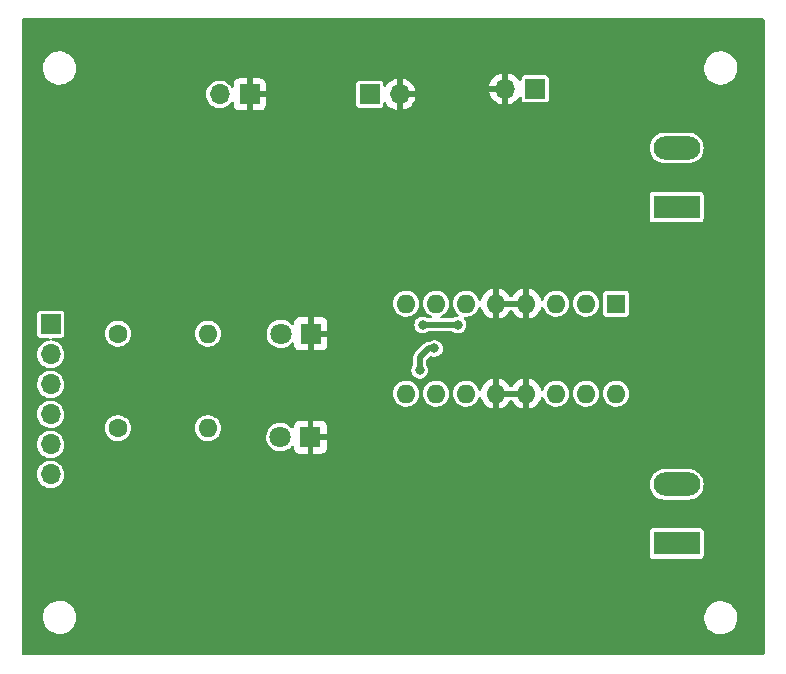
<source format=gbr>
%TF.GenerationSoftware,KiCad,Pcbnew,(6.0.4)*%
%TF.CreationDate,2022-10-15T21:28:15-07:00*%
%TF.ProjectId,RaspiCar_PCB1,52617370-6943-4617-925f-504342312e6b,rev?*%
%TF.SameCoordinates,Original*%
%TF.FileFunction,Copper,L2,Bot*%
%TF.FilePolarity,Positive*%
%FSLAX46Y46*%
G04 Gerber Fmt 4.6, Leading zero omitted, Abs format (unit mm)*
G04 Created by KiCad (PCBNEW (6.0.4)) date 2022-10-15 21:28:15*
%MOMM*%
%LPD*%
G01*
G04 APERTURE LIST*
%TA.AperFunction,ComponentPad*%
%ADD10R,1.700000X1.700000*%
%TD*%
%TA.AperFunction,ComponentPad*%
%ADD11O,1.700000X1.700000*%
%TD*%
%TA.AperFunction,ComponentPad*%
%ADD12R,1.800000X1.800000*%
%TD*%
%TA.AperFunction,ComponentPad*%
%ADD13C,1.800000*%
%TD*%
%TA.AperFunction,ComponentPad*%
%ADD14C,1.600000*%
%TD*%
%TA.AperFunction,ComponentPad*%
%ADD15O,1.600000X1.600000*%
%TD*%
%TA.AperFunction,ComponentPad*%
%ADD16R,3.960000X1.980000*%
%TD*%
%TA.AperFunction,ComponentPad*%
%ADD17O,3.960000X1.980000*%
%TD*%
%TA.AperFunction,ComponentPad*%
%ADD18R,1.600000X1.600000*%
%TD*%
%TA.AperFunction,ViaPad*%
%ADD19C,0.800000*%
%TD*%
%TA.AperFunction,Conductor*%
%ADD20C,0.500000*%
%TD*%
G04 APERTURE END LIST*
D10*
%TO.P,PWR_GND,1,Pin_1*%
%TO.N,+7.5V*%
X175260000Y-78740000D03*
D11*
%TO.P,PWR_GND,2,Pin_2*%
%TO.N,GND*%
X177800000Y-78740000D03*
%TD*%
D12*
%TO.P,LED1,1,K*%
%TO.N,GND*%
X170275000Y-99000000D03*
D13*
%TO.P,LED1,2,A*%
%TO.N,Net-(LED1-Pad2)*%
X167735000Y-99000000D03*
%TD*%
D10*
%TO.P,ServoPWR,1,Pin_1*%
%TO.N,GND*%
X165100000Y-78740000D03*
D11*
%TO.P,ServoPWR,2,Pin_2*%
%TO.N,+7.5V*%
X162560000Y-78740000D03*
%TD*%
D14*
%TO.P,R1,1*%
%TO.N,Net-(L293D1-Pad1)*%
X153940000Y-99000000D03*
D15*
%TO.P,R1,2*%
%TO.N,Net-(LED1-Pad2)*%
X161560000Y-99000000D03*
%TD*%
D10*
%TO.P,Raspi_Logic1,1,Pin_1*%
%TO.N,Net-(L293D1-Pad1)*%
X148250000Y-98210000D03*
D11*
%TO.P,Raspi_Logic1,2,Pin_2*%
%TO.N,Net-(L293D1-Pad9)*%
X148250000Y-100750000D03*
%TO.P,Raspi_Logic1,3,Pin_3*%
%TO.N,Net-(L293D1-Pad2)*%
X148250000Y-103290000D03*
%TO.P,Raspi_Logic1,4,Pin_4*%
%TO.N,Net-(L293D1-Pad7)*%
X148250000Y-105830000D03*
%TO.P,Raspi_Logic1,5,Pin_5*%
%TO.N,Net-(L293D1-Pad10)*%
X148250000Y-108370000D03*
%TO.P,Raspi_Logic1,6,Pin_6*%
%TO.N,Net-(L293D1-Pad15)*%
X148250000Y-110910000D03*
%TD*%
D16*
%TO.P,Motor_1,1,Pin_1*%
%TO.N,Net-(L293D1-Pad3)*%
X201250000Y-88265000D03*
D17*
%TO.P,Motor_1,2,Pin_2*%
%TO.N,Net-(L293D1-Pad6)*%
X201250000Y-83265000D03*
%TD*%
D14*
%TO.P,R2,1*%
%TO.N,Net-(L293D1-Pad9)*%
X153940000Y-107000000D03*
D15*
%TO.P,R2,2*%
%TO.N,Net-(LED2-Pad2)*%
X161560000Y-107000000D03*
%TD*%
D16*
%TO.P,Motor_2,1,Pin_1*%
%TO.N,Net-(L293D1-Pad11)*%
X201250000Y-116750000D03*
D17*
%TO.P,Motor_2,2,Pin_2*%
%TO.N,Net-(L293D1-Pad14)*%
X201250000Y-111750000D03*
%TD*%
D12*
%TO.P,LED2,1,K*%
%TO.N,GND*%
X170250000Y-107750000D03*
D13*
%TO.P,LED2,2,A*%
%TO.N,Net-(LED2-Pad2)*%
X167710000Y-107750000D03*
%TD*%
D18*
%TO.P,L293D1,1,EN1\u002C2*%
%TO.N,Net-(L293D1-Pad1)*%
X196125000Y-96450000D03*
D15*
%TO.P,L293D1,2,1A*%
%TO.N,Net-(L293D1-Pad2)*%
X193585000Y-96450000D03*
%TO.P,L293D1,3,1Y*%
%TO.N,Net-(L293D1-Pad3)*%
X191045000Y-96450000D03*
%TO.P,L293D1,4,GND*%
%TO.N,GND*%
X188505000Y-96450000D03*
%TO.P,L293D1,5,GND*%
X185965000Y-96450000D03*
%TO.P,L293D1,6,2Y*%
%TO.N,Net-(L293D1-Pad6)*%
X183425000Y-96450000D03*
%TO.P,L293D1,7,2A*%
%TO.N,Net-(L293D1-Pad7)*%
X180885000Y-96450000D03*
%TO.P,L293D1,8,VCC2*%
%TO.N,+7.5V*%
X178345000Y-96450000D03*
%TO.P,L293D1,9,EN3\u002C4*%
%TO.N,Net-(L293D1-Pad9)*%
X178345000Y-104070000D03*
%TO.P,L293D1,10,3A*%
%TO.N,Net-(L293D1-Pad10)*%
X180885000Y-104070000D03*
%TO.P,L293D1,11,3Y*%
%TO.N,Net-(L293D1-Pad11)*%
X183425000Y-104070000D03*
%TO.P,L293D1,12,GND*%
%TO.N,GND*%
X185965000Y-104070000D03*
%TO.P,L293D1,13,GND*%
X188505000Y-104070000D03*
%TO.P,L293D1,14,4Y*%
%TO.N,Net-(L293D1-Pad14)*%
X191045000Y-104070000D03*
%TO.P,L293D1,15,4A*%
%TO.N,Net-(L293D1-Pad15)*%
X193585000Y-104070000D03*
%TO.P,L293D1,16,VCC1*%
%TO.N,+5V*%
X196125000Y-104070000D03*
%TD*%
D10*
%TO.P,Raspi_PWR1,1,Pin_1*%
%TO.N,+5V*%
X189275000Y-78250000D03*
D11*
%TO.P,Raspi_PWR1,2,Pin_2*%
%TO.N,GND*%
X186735000Y-78250000D03*
%TD*%
D19*
%TO.N,GND*%
X173000000Y-99000000D03*
X186000000Y-102500000D03*
X173000000Y-108000000D03*
X188500000Y-102500000D03*
X186000000Y-94000000D03*
X186750000Y-80750000D03*
X188500000Y-94000000D03*
%TO.N,Net-(L293D1-Pad2)*%
X182750000Y-98250000D03*
X179750000Y-98250000D03*
%TO.N,Net-(L293D1-Pad7)*%
X180750000Y-100250000D03*
X179500000Y-102099500D03*
%TD*%
D20*
%TO.N,Net-(L293D1-Pad2)*%
X179750000Y-98250000D02*
X182750000Y-98250000D01*
%TO.N,Net-(L293D1-Pad7)*%
X179500000Y-102099500D02*
X179500000Y-101000000D01*
X180250000Y-100250000D02*
X180750000Y-100250000D01*
X179500000Y-101000000D02*
X180250000Y-100250000D01*
%TD*%
%TA.AperFunction,Conductor*%
%TO.N,GND*%
G36*
X208642539Y-72320185D02*
G01*
X208688294Y-72372989D01*
X208699500Y-72424500D01*
X208699500Y-126075500D01*
X208679815Y-126142539D01*
X208627011Y-126188294D01*
X208575500Y-126199500D01*
X145924500Y-126199500D01*
X145857461Y-126179815D01*
X145811706Y-126127011D01*
X145800500Y-126075500D01*
X145800500Y-122933789D01*
X147595996Y-122933789D01*
X147604913Y-123171295D01*
X147605990Y-123176430D01*
X147605991Y-123176435D01*
X147652639Y-123398758D01*
X147653719Y-123403904D01*
X147741020Y-123624963D01*
X147743741Y-123629447D01*
X147743743Y-123629451D01*
X147811233Y-123740670D01*
X147864319Y-123828153D01*
X148020090Y-124007664D01*
X148076227Y-124053693D01*
X148188083Y-124145409D01*
X148203880Y-124158362D01*
X148208441Y-124160958D01*
X148208442Y-124160959D01*
X148405875Y-124273345D01*
X148405880Y-124273347D01*
X148410433Y-124275939D01*
X148633844Y-124357034D01*
X148867725Y-124399326D01*
X148892619Y-124400500D01*
X149059680Y-124400500D01*
X149062296Y-124400278D01*
X149062297Y-124400278D01*
X149231590Y-124385913D01*
X149236823Y-124385469D01*
X149466874Y-124325760D01*
X149683576Y-124228143D01*
X149880732Y-124095409D01*
X150052705Y-123931355D01*
X150194579Y-123740670D01*
X150230469Y-123670080D01*
X150299913Y-123533493D01*
X150299915Y-123533488D01*
X150302295Y-123528807D01*
X150372775Y-123301824D01*
X150373466Y-123296612D01*
X150403315Y-123071412D01*
X150403315Y-123071408D01*
X150404004Y-123066211D01*
X150400910Y-122983789D01*
X203595996Y-122983789D01*
X203604913Y-123221295D01*
X203605990Y-123226430D01*
X203605991Y-123226435D01*
X203652639Y-123448758D01*
X203653719Y-123453904D01*
X203741020Y-123674963D01*
X203743741Y-123679447D01*
X203743743Y-123679451D01*
X203811233Y-123790670D01*
X203864319Y-123878153D01*
X204020090Y-124057664D01*
X204203880Y-124208362D01*
X204208441Y-124210958D01*
X204208442Y-124210959D01*
X204405875Y-124323345D01*
X204405880Y-124323347D01*
X204410433Y-124325939D01*
X204633844Y-124407034D01*
X204867725Y-124449326D01*
X204892619Y-124450500D01*
X205059680Y-124450500D01*
X205062296Y-124450278D01*
X205062297Y-124450278D01*
X205231590Y-124435913D01*
X205236823Y-124435469D01*
X205466874Y-124375760D01*
X205683576Y-124278143D01*
X205880732Y-124145409D01*
X206052705Y-123981355D01*
X206194579Y-123790670D01*
X206222379Y-123735991D01*
X206299913Y-123583493D01*
X206299915Y-123583488D01*
X206302295Y-123578807D01*
X206316366Y-123533493D01*
X206371215Y-123356848D01*
X206372775Y-123351824D01*
X206404004Y-123116211D01*
X206395087Y-122878705D01*
X206385697Y-122833949D01*
X206347361Y-122651242D01*
X206347360Y-122651239D01*
X206346281Y-122646096D01*
X206258980Y-122425037D01*
X206231603Y-122379920D01*
X206138408Y-122226341D01*
X206135681Y-122221847D01*
X205979910Y-122042336D01*
X205816335Y-121908213D01*
X205800179Y-121894966D01*
X205800178Y-121894965D01*
X205796120Y-121891638D01*
X205791558Y-121889041D01*
X205594125Y-121776655D01*
X205594120Y-121776653D01*
X205589567Y-121774061D01*
X205366156Y-121692966D01*
X205132275Y-121650674D01*
X205107381Y-121649500D01*
X204940320Y-121649500D01*
X204937704Y-121649722D01*
X204937703Y-121649722D01*
X204926484Y-121650674D01*
X204763177Y-121664531D01*
X204533126Y-121724240D01*
X204316424Y-121821857D01*
X204119268Y-121954591D01*
X203947295Y-122118645D01*
X203805421Y-122309330D01*
X203803042Y-122314008D01*
X203803042Y-122314009D01*
X203725509Y-122466507D01*
X203697705Y-122521193D01*
X203627225Y-122748176D01*
X203626534Y-122753386D01*
X203626534Y-122753388D01*
X203603313Y-122928588D01*
X203595996Y-122983789D01*
X150400910Y-122983789D01*
X150395087Y-122828705D01*
X150378191Y-122748176D01*
X150347361Y-122601242D01*
X150347360Y-122601239D01*
X150346281Y-122596096D01*
X150258980Y-122375037D01*
X150191607Y-122264009D01*
X150138408Y-122176341D01*
X150135681Y-122171847D01*
X149979910Y-121992336D01*
X149796120Y-121841638D01*
X149761370Y-121821857D01*
X149594125Y-121726655D01*
X149594120Y-121726653D01*
X149589567Y-121724061D01*
X149366156Y-121642966D01*
X149132275Y-121600674D01*
X149107381Y-121599500D01*
X148940320Y-121599500D01*
X148937704Y-121599722D01*
X148937703Y-121599722D01*
X148926484Y-121600674D01*
X148763177Y-121614531D01*
X148533126Y-121674240D01*
X148316424Y-121771857D01*
X148119268Y-121904591D01*
X147947295Y-122068645D01*
X147805421Y-122259330D01*
X147803042Y-122264008D01*
X147803042Y-122264009D01*
X147721172Y-122425037D01*
X147697705Y-122471193D01*
X147696146Y-122476213D01*
X147696145Y-122476216D01*
X147680620Y-122526216D01*
X147627225Y-122698176D01*
X147595996Y-122933789D01*
X145800500Y-122933789D01*
X145800500Y-117784646D01*
X198969500Y-117784646D01*
X198972618Y-117810846D01*
X199018061Y-117913153D01*
X199097287Y-117992241D01*
X199107758Y-117996870D01*
X199107759Y-117996871D01*
X199191147Y-118033737D01*
X199191149Y-118033738D01*
X199199673Y-118037506D01*
X199225354Y-118040500D01*
X203274646Y-118040500D01*
X203278300Y-118040065D01*
X203278302Y-118040065D01*
X203283266Y-118039474D01*
X203300846Y-118037382D01*
X203403153Y-117991939D01*
X203482241Y-117912713D01*
X203527506Y-117810327D01*
X203530500Y-117784646D01*
X203530500Y-115715354D01*
X203527382Y-115689154D01*
X203481939Y-115586847D01*
X203402713Y-115507759D01*
X203392242Y-115503130D01*
X203392241Y-115503129D01*
X203308853Y-115466263D01*
X203308851Y-115466262D01*
X203300327Y-115462494D01*
X203274646Y-115459500D01*
X199225354Y-115459500D01*
X199221700Y-115459935D01*
X199221698Y-115459935D01*
X199216734Y-115460526D01*
X199199154Y-115462618D01*
X199096847Y-115508061D01*
X199017759Y-115587287D01*
X198972494Y-115689673D01*
X198969500Y-115715354D01*
X198969500Y-117784646D01*
X145800500Y-117784646D01*
X145800500Y-110879754D01*
X147094967Y-110879754D01*
X147095338Y-110885416D01*
X147095338Y-110885420D01*
X147096949Y-110910000D01*
X147108796Y-111090749D01*
X147160845Y-111295690D01*
X147163219Y-111300841D01*
X147163221Y-111300845D01*
X147201981Y-111384922D01*
X147249369Y-111487714D01*
X147371405Y-111660391D01*
X147522865Y-111807937D01*
X147527588Y-111811093D01*
X147527592Y-111811096D01*
X147598663Y-111858584D01*
X147698677Y-111925411D01*
X147892953Y-112008878D01*
X147956283Y-112023208D01*
X148093638Y-112054289D01*
X148093642Y-112054290D01*
X148099186Y-112055544D01*
X148225651Y-112060513D01*
X148304789Y-112063623D01*
X148304791Y-112063623D01*
X148310470Y-112063846D01*
X148316090Y-112063031D01*
X148316092Y-112063031D01*
X148514103Y-112034320D01*
X148514104Y-112034320D01*
X148519730Y-112033504D01*
X148598890Y-112006633D01*
X148714565Y-111967367D01*
X148714568Y-111967366D01*
X148719955Y-111965537D01*
X148724916Y-111962759D01*
X148724922Y-111962756D01*
X148831530Y-111903052D01*
X148904442Y-111862219D01*
X149039372Y-111750000D01*
X198964570Y-111750000D01*
X198984250Y-111974949D01*
X198985652Y-111980181D01*
X199005846Y-112055544D01*
X199042694Y-112193063D01*
X199138125Y-112397715D01*
X199141232Y-112402152D01*
X199141233Y-112402154D01*
X199264537Y-112578251D01*
X199264541Y-112578255D01*
X199267643Y-112582686D01*
X199427314Y-112742357D01*
X199431745Y-112745459D01*
X199431749Y-112745463D01*
X199607846Y-112868767D01*
X199612285Y-112871875D01*
X199816937Y-112967306D01*
X199822160Y-112968705D01*
X199822164Y-112968707D01*
X199997402Y-113015662D01*
X200035051Y-113025750D01*
X200125594Y-113033671D01*
X200200947Y-113040264D01*
X200200954Y-113040264D01*
X200203648Y-113040500D01*
X202296352Y-113040500D01*
X202299046Y-113040264D01*
X202299053Y-113040264D01*
X202374406Y-113033671D01*
X202464949Y-113025750D01*
X202502598Y-113015662D01*
X202677836Y-112968707D01*
X202677840Y-112968705D01*
X202683063Y-112967306D01*
X202887715Y-112871875D01*
X202892154Y-112868767D01*
X203068251Y-112745463D01*
X203068255Y-112745459D01*
X203072686Y-112742357D01*
X203232357Y-112582686D01*
X203235459Y-112578255D01*
X203235463Y-112578251D01*
X203358767Y-112402154D01*
X203358768Y-112402152D01*
X203361875Y-112397715D01*
X203457306Y-112193063D01*
X203494155Y-112055544D01*
X203514348Y-111980181D01*
X203515750Y-111974949D01*
X203535430Y-111750000D01*
X203515750Y-111525051D01*
X203478202Y-111384922D01*
X203458707Y-111312164D01*
X203458705Y-111312160D01*
X203457306Y-111306937D01*
X203361875Y-111102285D01*
X203358767Y-111097846D01*
X203235463Y-110921749D01*
X203235459Y-110921745D01*
X203232357Y-110917314D01*
X203072686Y-110757643D01*
X203068255Y-110754541D01*
X203068251Y-110754537D01*
X202892154Y-110631233D01*
X202892152Y-110631232D01*
X202887715Y-110628125D01*
X202683063Y-110532694D01*
X202677840Y-110531295D01*
X202677836Y-110531293D01*
X202470181Y-110475652D01*
X202470182Y-110475652D01*
X202464949Y-110474250D01*
X202374406Y-110466329D01*
X202299053Y-110459736D01*
X202299046Y-110459736D01*
X202296352Y-110459500D01*
X200203648Y-110459500D01*
X200200954Y-110459736D01*
X200200947Y-110459736D01*
X200125594Y-110466329D01*
X200035051Y-110474250D01*
X200029818Y-110475652D01*
X200029819Y-110475652D01*
X199822164Y-110531293D01*
X199822160Y-110531295D01*
X199816937Y-110532694D01*
X199612285Y-110628125D01*
X199607848Y-110631232D01*
X199607846Y-110631233D01*
X199431749Y-110754537D01*
X199431745Y-110754541D01*
X199427314Y-110757643D01*
X199267643Y-110917314D01*
X199264541Y-110921745D01*
X199264537Y-110921749D01*
X199141233Y-111097846D01*
X199138125Y-111102285D01*
X199042694Y-111306937D01*
X199041295Y-111312160D01*
X199041293Y-111312164D01*
X199021798Y-111384922D01*
X198984250Y-111525051D01*
X198964570Y-111750000D01*
X149039372Y-111750000D01*
X149067012Y-111727012D01*
X149070644Y-111722645D01*
X149198584Y-111568813D01*
X149198585Y-111568811D01*
X149202219Y-111564442D01*
X149248078Y-111482556D01*
X149302756Y-111384922D01*
X149302759Y-111384916D01*
X149305537Y-111379955D01*
X149336009Y-111290189D01*
X149371675Y-111185118D01*
X149373504Y-111179730D01*
X149403846Y-110970470D01*
X149405429Y-110910000D01*
X149386081Y-110699440D01*
X149328686Y-110495931D01*
X149235165Y-110306290D01*
X149108651Y-110136867D01*
X149104481Y-110133012D01*
X149104478Y-110133009D01*
X149040319Y-110073702D01*
X148953381Y-109993337D01*
X148774554Y-109880505D01*
X148578160Y-109802152D01*
X148572579Y-109801042D01*
X148572576Y-109801041D01*
X148376355Y-109762011D01*
X148376356Y-109762011D01*
X148370775Y-109760901D01*
X148370744Y-109760901D01*
X148307828Y-109735019D01*
X148267841Y-109677723D01*
X148265178Y-109607904D01*
X148300684Y-109547729D01*
X148367606Y-109515562D01*
X148514103Y-109494320D01*
X148514104Y-109494320D01*
X148519730Y-109493504D01*
X148598890Y-109466633D01*
X148714565Y-109427367D01*
X148714568Y-109427366D01*
X148719955Y-109425537D01*
X148724916Y-109422759D01*
X148724922Y-109422756D01*
X148831530Y-109363052D01*
X148904442Y-109322219D01*
X149067012Y-109187012D01*
X149101457Y-109145596D01*
X149198584Y-109028813D01*
X149198585Y-109028811D01*
X149202219Y-109024442D01*
X149259404Y-108922331D01*
X149302756Y-108844922D01*
X149302759Y-108844916D01*
X149305537Y-108839955D01*
X149315862Y-108809540D01*
X149371675Y-108645118D01*
X149373504Y-108639730D01*
X149403846Y-108430470D01*
X149405429Y-108370000D01*
X149386081Y-108159440D01*
X149328686Y-107955931D01*
X149235165Y-107766290D01*
X149108651Y-107596867D01*
X149104481Y-107593012D01*
X149104478Y-107593009D01*
X149009250Y-107504982D01*
X148953381Y-107453337D01*
X148774554Y-107340505D01*
X148578160Y-107262152D01*
X148572579Y-107261042D01*
X148572576Y-107261041D01*
X148376355Y-107222011D01*
X148376356Y-107222011D01*
X148370775Y-107220901D01*
X148370744Y-107220901D01*
X148307828Y-107195019D01*
X148267841Y-107137723D01*
X148265178Y-107067904D01*
X148300684Y-107007729D01*
X148367606Y-106975562D01*
X148398592Y-106971069D01*
X152835164Y-106971069D01*
X152835535Y-106976731D01*
X152835535Y-106976735D01*
X152840851Y-107057842D01*
X152848392Y-107172894D01*
X152898178Y-107368928D01*
X152982856Y-107552607D01*
X153099588Y-107717780D01*
X153244466Y-107858913D01*
X153412637Y-107971282D01*
X153598470Y-108051122D01*
X153694502Y-108072852D01*
X153790193Y-108094505D01*
X153790195Y-108094505D01*
X153795740Y-108095760D01*
X153913135Y-108100372D01*
X153992161Y-108103477D01*
X153992163Y-108103477D01*
X153997842Y-108103700D01*
X154003462Y-108102885D01*
X154003465Y-108102885D01*
X154192387Y-108075493D01*
X154192389Y-108075493D01*
X154198007Y-108074678D01*
X154203384Y-108072853D01*
X154203387Y-108072852D01*
X154325346Y-108031452D01*
X154389531Y-108009664D01*
X154525942Y-107933271D01*
X154561048Y-107913611D01*
X154561050Y-107913610D01*
X154566001Y-107910837D01*
X154628433Y-107858913D01*
X154717138Y-107785137D01*
X154721505Y-107781505D01*
X154759155Y-107736236D01*
X154847206Y-107630367D01*
X154847207Y-107630366D01*
X154850837Y-107626001D01*
X154864604Y-107601419D01*
X154922986Y-107497169D01*
X154949664Y-107449531D01*
X155004286Y-107288620D01*
X155012852Y-107263387D01*
X155012853Y-107263384D01*
X155014678Y-107258007D01*
X155015493Y-107252387D01*
X155043176Y-107061458D01*
X155043176Y-107061453D01*
X155043700Y-107057842D01*
X155045215Y-107000000D01*
X155042557Y-106971069D01*
X160455164Y-106971069D01*
X160455535Y-106976731D01*
X160455535Y-106976735D01*
X160460851Y-107057842D01*
X160468392Y-107172894D01*
X160518178Y-107368928D01*
X160602856Y-107552607D01*
X160719588Y-107717780D01*
X160864466Y-107858913D01*
X161032637Y-107971282D01*
X161218470Y-108051122D01*
X161314502Y-108072852D01*
X161410193Y-108094505D01*
X161410195Y-108094505D01*
X161415740Y-108095760D01*
X161533135Y-108100372D01*
X161612161Y-108103477D01*
X161612163Y-108103477D01*
X161617842Y-108103700D01*
X161623462Y-108102885D01*
X161623465Y-108102885D01*
X161812387Y-108075493D01*
X161812389Y-108075493D01*
X161818007Y-108074678D01*
X161823384Y-108072853D01*
X161823387Y-108072852D01*
X161945346Y-108031452D01*
X162009531Y-108009664D01*
X162145942Y-107933271D01*
X162181048Y-107913611D01*
X162181050Y-107913610D01*
X162186001Y-107910837D01*
X162248433Y-107858913D01*
X162337138Y-107785137D01*
X162341505Y-107781505D01*
X162379155Y-107736236D01*
X162393956Y-107718440D01*
X166504770Y-107718440D01*
X166505141Y-107724102D01*
X166505141Y-107724106D01*
X166508617Y-107777138D01*
X166519200Y-107938604D01*
X166573511Y-108152452D01*
X166575887Y-108157606D01*
X166576733Y-108159440D01*
X166665883Y-108352821D01*
X166669161Y-108357459D01*
X166781766Y-108516792D01*
X166793222Y-108533002D01*
X166797293Y-108536968D01*
X166797294Y-108536969D01*
X166947190Y-108682993D01*
X166947195Y-108682997D01*
X166951264Y-108686961D01*
X166955987Y-108690117D01*
X166955991Y-108690120D01*
X167040185Y-108746376D01*
X167134717Y-108809540D01*
X167337436Y-108896635D01*
X167350743Y-108899646D01*
X167547085Y-108944074D01*
X167547087Y-108944074D01*
X167552632Y-108945329D01*
X167690457Y-108950744D01*
X167767418Y-108953768D01*
X167767420Y-108953768D01*
X167773098Y-108953991D01*
X167778718Y-108953176D01*
X167778721Y-108953176D01*
X167985826Y-108923147D01*
X167985829Y-108923146D01*
X167991452Y-108922331D01*
X168103456Y-108884311D01*
X168194989Y-108853240D01*
X168194992Y-108853239D01*
X168200379Y-108851410D01*
X168353331Y-108765753D01*
X168387931Y-108746376D01*
X168387932Y-108746375D01*
X168392884Y-108743602D01*
X168562518Y-108602518D01*
X168605574Y-108550749D01*
X168630664Y-108520582D01*
X168688666Y-108481627D01*
X168758521Y-108480214D01*
X168818051Y-108516792D01*
X168848356Y-108579747D01*
X168850000Y-108599873D01*
X168850000Y-108693972D01*
X168850363Y-108700669D01*
X168855803Y-108750744D01*
X168859371Y-108765753D01*
X168903817Y-108884311D01*
X168912212Y-108899646D01*
X168987516Y-109000124D01*
X168999876Y-109012484D01*
X169100354Y-109087788D01*
X169115689Y-109096183D01*
X169234247Y-109140629D01*
X169249256Y-109144197D01*
X169299331Y-109149637D01*
X169306028Y-109150000D01*
X169982170Y-109150000D01*
X169997169Y-109145596D01*
X169998356Y-109144226D01*
X170000000Y-109136668D01*
X170000000Y-109132170D01*
X170500000Y-109132170D01*
X170504404Y-109147169D01*
X170505774Y-109148356D01*
X170513332Y-109150000D01*
X171193972Y-109150000D01*
X171200669Y-109149637D01*
X171250744Y-109144197D01*
X171265753Y-109140629D01*
X171384311Y-109096183D01*
X171399646Y-109087788D01*
X171500124Y-109012484D01*
X171512484Y-109000124D01*
X171587788Y-108899646D01*
X171596183Y-108884311D01*
X171640629Y-108765753D01*
X171644197Y-108750744D01*
X171649637Y-108700669D01*
X171650000Y-108693972D01*
X171650000Y-108017830D01*
X171645596Y-108002831D01*
X171644226Y-108001644D01*
X171636668Y-108000000D01*
X170517830Y-108000000D01*
X170502831Y-108004404D01*
X170501644Y-108005774D01*
X170500000Y-108013332D01*
X170500000Y-109132170D01*
X170000000Y-109132170D01*
X170000000Y-107482170D01*
X170500000Y-107482170D01*
X170504404Y-107497169D01*
X170505774Y-107498356D01*
X170513332Y-107500000D01*
X171632170Y-107500000D01*
X171647169Y-107495596D01*
X171648356Y-107494226D01*
X171650000Y-107486668D01*
X171650000Y-106806028D01*
X171649637Y-106799331D01*
X171644197Y-106749256D01*
X171640629Y-106734247D01*
X171596183Y-106615689D01*
X171587788Y-106600354D01*
X171512484Y-106499876D01*
X171500124Y-106487516D01*
X171399646Y-106412212D01*
X171384311Y-106403817D01*
X171265753Y-106359371D01*
X171250744Y-106355803D01*
X171200669Y-106350363D01*
X171193972Y-106350000D01*
X170517830Y-106350000D01*
X170502831Y-106354404D01*
X170501644Y-106355774D01*
X170500000Y-106363332D01*
X170500000Y-107482170D01*
X170000000Y-107482170D01*
X170000000Y-106367830D01*
X169995596Y-106352831D01*
X169994226Y-106351644D01*
X169986668Y-106350000D01*
X169306028Y-106350000D01*
X169299331Y-106350363D01*
X169249256Y-106355803D01*
X169234247Y-106359371D01*
X169115689Y-106403817D01*
X169100354Y-106412212D01*
X168999876Y-106487516D01*
X168987516Y-106499876D01*
X168912212Y-106600354D01*
X168903817Y-106615689D01*
X168859371Y-106734247D01*
X168855803Y-106749256D01*
X168850363Y-106799331D01*
X168850000Y-106806028D01*
X168850000Y-106896766D01*
X168830315Y-106963805D01*
X168777511Y-107009560D01*
X168708353Y-107019504D01*
X168644797Y-106990479D01*
X168626649Y-106970963D01*
X168605967Y-106943267D01*
X168443949Y-106793499D01*
X168345046Y-106731096D01*
X168262159Y-106678798D01*
X168262157Y-106678797D01*
X168257350Y-106675764D01*
X168052421Y-106594006D01*
X168046840Y-106592896D01*
X168046837Y-106592895D01*
X167941890Y-106572020D01*
X167836024Y-106550962D01*
X167830337Y-106550888D01*
X167830332Y-106550887D01*
X167621095Y-106548148D01*
X167621090Y-106548148D01*
X167615406Y-106548074D01*
X167609802Y-106549037D01*
X167609801Y-106549037D01*
X167403560Y-106584475D01*
X167403557Y-106584476D01*
X167397957Y-106585438D01*
X167190957Y-106661804D01*
X167162393Y-106678798D01*
X167017854Y-106764790D01*
X167001341Y-106774614D01*
X166835457Y-106920090D01*
X166698863Y-107093360D01*
X166696216Y-107098391D01*
X166630967Y-107222409D01*
X166596131Y-107288620D01*
X166594443Y-107294055D01*
X166594443Y-107294056D01*
X166544985Y-107453337D01*
X166530703Y-107499333D01*
X166530035Y-107504978D01*
X166530034Y-107504982D01*
X166519159Y-107596867D01*
X166504770Y-107718440D01*
X162393956Y-107718440D01*
X162467206Y-107630367D01*
X162467207Y-107630366D01*
X162470837Y-107626001D01*
X162484604Y-107601419D01*
X162542986Y-107497169D01*
X162569664Y-107449531D01*
X162624286Y-107288620D01*
X162632852Y-107263387D01*
X162632853Y-107263384D01*
X162634678Y-107258007D01*
X162635493Y-107252387D01*
X162663176Y-107061458D01*
X162663176Y-107061453D01*
X162663700Y-107057842D01*
X162665215Y-107000000D01*
X162646708Y-106798591D01*
X162608130Y-106661804D01*
X162593352Y-106609403D01*
X162593351Y-106609400D01*
X162591807Y-106603926D01*
X162502351Y-106422527D01*
X162381335Y-106260467D01*
X162232812Y-106123174D01*
X162195656Y-106099730D01*
X162066566Y-106018280D01*
X162066564Y-106018279D01*
X162061757Y-106015246D01*
X161873898Y-105940298D01*
X161868317Y-105939188D01*
X161868314Y-105939187D01*
X161800373Y-105925673D01*
X161675526Y-105900839D01*
X161669839Y-105900765D01*
X161669834Y-105900764D01*
X161478975Y-105898266D01*
X161478970Y-105898266D01*
X161473286Y-105898192D01*
X161467682Y-105899155D01*
X161467681Y-105899155D01*
X161279546Y-105931482D01*
X161279543Y-105931483D01*
X161273949Y-105932444D01*
X161252660Y-105940298D01*
X161089521Y-106000483D01*
X161089517Y-106000485D01*
X161084193Y-106002449D01*
X161079310Y-106005354D01*
X161079308Y-106005355D01*
X161057583Y-106018280D01*
X160910371Y-106105862D01*
X160758305Y-106239220D01*
X160633089Y-106398057D01*
X160630442Y-106403088D01*
X160587639Y-106484442D01*
X160538914Y-106577053D01*
X160537229Y-106582479D01*
X160537228Y-106582482D01*
X160531679Y-106600354D01*
X160478937Y-106770213D01*
X160455164Y-106971069D01*
X155042557Y-106971069D01*
X155026708Y-106798591D01*
X154988130Y-106661804D01*
X154973352Y-106609403D01*
X154973351Y-106609400D01*
X154971807Y-106603926D01*
X154882351Y-106422527D01*
X154761335Y-106260467D01*
X154612812Y-106123174D01*
X154575656Y-106099730D01*
X154446566Y-106018280D01*
X154446564Y-106018279D01*
X154441757Y-106015246D01*
X154253898Y-105940298D01*
X154248317Y-105939188D01*
X154248314Y-105939187D01*
X154180373Y-105925673D01*
X154055526Y-105900839D01*
X154049839Y-105900765D01*
X154049834Y-105900764D01*
X153858975Y-105898266D01*
X153858970Y-105898266D01*
X153853286Y-105898192D01*
X153847682Y-105899155D01*
X153847681Y-105899155D01*
X153659546Y-105931482D01*
X153659543Y-105931483D01*
X153653949Y-105932444D01*
X153632660Y-105940298D01*
X153469521Y-106000483D01*
X153469517Y-106000485D01*
X153464193Y-106002449D01*
X153459310Y-106005354D01*
X153459308Y-106005355D01*
X153437583Y-106018280D01*
X153290371Y-106105862D01*
X153138305Y-106239220D01*
X153013089Y-106398057D01*
X153010442Y-106403088D01*
X152967639Y-106484442D01*
X152918914Y-106577053D01*
X152917229Y-106582479D01*
X152917228Y-106582482D01*
X152911679Y-106600354D01*
X152858937Y-106770213D01*
X152835164Y-106971069D01*
X148398592Y-106971069D01*
X148514103Y-106954320D01*
X148514104Y-106954320D01*
X148519730Y-106953504D01*
X148598890Y-106926633D01*
X148714565Y-106887367D01*
X148714568Y-106887366D01*
X148719955Y-106885537D01*
X148724916Y-106882759D01*
X148724922Y-106882756D01*
X148861928Y-106806028D01*
X148904442Y-106782219D01*
X148925399Y-106764790D01*
X149062645Y-106650644D01*
X149067012Y-106647012D01*
X149105817Y-106600354D01*
X149198584Y-106488813D01*
X149198585Y-106488811D01*
X149202219Y-106484442D01*
X149250597Y-106398057D01*
X149302756Y-106304922D01*
X149302759Y-106304916D01*
X149305537Y-106299955D01*
X149318942Y-106260467D01*
X149371675Y-106105118D01*
X149373504Y-106099730D01*
X149403846Y-105890470D01*
X149405429Y-105830000D01*
X149386081Y-105619440D01*
X149328686Y-105415931D01*
X149235165Y-105226290D01*
X149108651Y-105056867D01*
X149104481Y-105053012D01*
X149104478Y-105053009D01*
X149022474Y-104977206D01*
X148953381Y-104913337D01*
X148855384Y-104851505D01*
X148779363Y-104803539D01*
X148779361Y-104803538D01*
X148774554Y-104800505D01*
X148578160Y-104722152D01*
X148572579Y-104721042D01*
X148572576Y-104721041D01*
X148376355Y-104682011D01*
X148376356Y-104682011D01*
X148370775Y-104680901D01*
X148370744Y-104680901D01*
X148307828Y-104655019D01*
X148267841Y-104597723D01*
X148265178Y-104527904D01*
X148300684Y-104467729D01*
X148367606Y-104435562D01*
X148514103Y-104414320D01*
X148514104Y-104414320D01*
X148519730Y-104413504D01*
X148620578Y-104379271D01*
X148714565Y-104347367D01*
X148714568Y-104347366D01*
X148719955Y-104345537D01*
X148724916Y-104342759D01*
X148724922Y-104342756D01*
X148831530Y-104283052D01*
X148904442Y-104242219D01*
X149041967Y-104127842D01*
X149062645Y-104110644D01*
X149067012Y-104107012D01*
X149097794Y-104070000D01*
X149121856Y-104041069D01*
X177240164Y-104041069D01*
X177240535Y-104046731D01*
X177240535Y-104046735D01*
X177245851Y-104127842D01*
X177253392Y-104242894D01*
X177303178Y-104438928D01*
X177305554Y-104444082D01*
X177383044Y-104612168D01*
X177387856Y-104622607D01*
X177504588Y-104787780D01*
X177649466Y-104928913D01*
X177817637Y-105041282D01*
X178003470Y-105121122D01*
X178099502Y-105142852D01*
X178195193Y-105164505D01*
X178195195Y-105164505D01*
X178200740Y-105165760D01*
X178318135Y-105170372D01*
X178397161Y-105173477D01*
X178397163Y-105173477D01*
X178402842Y-105173700D01*
X178408462Y-105172885D01*
X178408465Y-105172885D01*
X178597387Y-105145493D01*
X178597389Y-105145493D01*
X178603007Y-105144678D01*
X178608384Y-105142853D01*
X178608387Y-105142852D01*
X178693090Y-105114099D01*
X178794531Y-105079664D01*
X178971001Y-104980837D01*
X179033433Y-104928913D01*
X179122138Y-104855137D01*
X179126505Y-104851505D01*
X179166398Y-104803539D01*
X179252206Y-104700367D01*
X179252207Y-104700366D01*
X179255837Y-104696001D01*
X179264294Y-104680901D01*
X179351886Y-104524491D01*
X179354664Y-104519531D01*
X179402276Y-104379271D01*
X179417852Y-104333387D01*
X179417853Y-104333384D01*
X179419678Y-104328007D01*
X179432019Y-104242894D01*
X179448176Y-104131458D01*
X179448176Y-104131453D01*
X179448700Y-104127842D01*
X179449151Y-104110644D01*
X179450119Y-104073661D01*
X179450215Y-104070000D01*
X179447557Y-104041069D01*
X179780164Y-104041069D01*
X179780535Y-104046731D01*
X179780535Y-104046735D01*
X179785851Y-104127842D01*
X179793392Y-104242894D01*
X179843178Y-104438928D01*
X179845554Y-104444082D01*
X179923044Y-104612168D01*
X179927856Y-104622607D01*
X180044588Y-104787780D01*
X180189466Y-104928913D01*
X180357637Y-105041282D01*
X180543470Y-105121122D01*
X180639502Y-105142852D01*
X180735193Y-105164505D01*
X180735195Y-105164505D01*
X180740740Y-105165760D01*
X180858135Y-105170372D01*
X180937161Y-105173477D01*
X180937163Y-105173477D01*
X180942842Y-105173700D01*
X180948462Y-105172885D01*
X180948465Y-105172885D01*
X181137387Y-105145493D01*
X181137389Y-105145493D01*
X181143007Y-105144678D01*
X181148384Y-105142853D01*
X181148387Y-105142852D01*
X181233090Y-105114099D01*
X181334531Y-105079664D01*
X181511001Y-104980837D01*
X181573433Y-104928913D01*
X181662138Y-104855137D01*
X181666505Y-104851505D01*
X181706398Y-104803539D01*
X181792206Y-104700367D01*
X181792207Y-104700366D01*
X181795837Y-104696001D01*
X181804294Y-104680901D01*
X181891886Y-104524491D01*
X181894664Y-104519531D01*
X181942276Y-104379271D01*
X181957852Y-104333387D01*
X181957853Y-104333384D01*
X181959678Y-104328007D01*
X181972019Y-104242894D01*
X181988176Y-104131458D01*
X181988176Y-104131453D01*
X181988700Y-104127842D01*
X181989151Y-104110644D01*
X181990119Y-104073661D01*
X181990215Y-104070000D01*
X181987557Y-104041069D01*
X182320164Y-104041069D01*
X182320535Y-104046731D01*
X182320535Y-104046735D01*
X182325851Y-104127842D01*
X182333392Y-104242894D01*
X182383178Y-104438928D01*
X182385554Y-104444082D01*
X182463044Y-104612168D01*
X182467856Y-104622607D01*
X182584588Y-104787780D01*
X182729466Y-104928913D01*
X182897637Y-105041282D01*
X183083470Y-105121122D01*
X183179502Y-105142852D01*
X183275193Y-105164505D01*
X183275195Y-105164505D01*
X183280740Y-105165760D01*
X183398135Y-105170372D01*
X183477161Y-105173477D01*
X183477163Y-105173477D01*
X183482842Y-105173700D01*
X183488462Y-105172885D01*
X183488465Y-105172885D01*
X183677387Y-105145493D01*
X183677389Y-105145493D01*
X183683007Y-105144678D01*
X183688384Y-105142853D01*
X183688387Y-105142852D01*
X183773090Y-105114099D01*
X183874531Y-105079664D01*
X184051001Y-104980837D01*
X184113433Y-104928913D01*
X184202138Y-104855137D01*
X184206505Y-104851505D01*
X184246398Y-104803539D01*
X184332206Y-104700367D01*
X184332207Y-104700366D01*
X184335837Y-104696001D01*
X184344294Y-104680901D01*
X184431886Y-104524491D01*
X184434664Y-104519531D01*
X184463894Y-104433423D01*
X184473681Y-104404592D01*
X184513870Y-104347438D01*
X184578579Y-104321085D01*
X184647264Y-104333899D01*
X184698117Y-104381814D01*
X184710875Y-104412358D01*
X184737331Y-104511095D01*
X184741021Y-104521231D01*
X184832580Y-104717580D01*
X184837968Y-104726913D01*
X184962233Y-104904381D01*
X184969169Y-104912647D01*
X185122353Y-105065831D01*
X185130619Y-105072767D01*
X185308087Y-105197032D01*
X185317420Y-105202420D01*
X185513765Y-105293977D01*
X185523908Y-105297669D01*
X185697779Y-105344258D01*
X185711653Y-105343927D01*
X185715000Y-105336111D01*
X185715000Y-105331042D01*
X186215000Y-105331042D01*
X186218910Y-105344359D01*
X186227326Y-105345569D01*
X186406092Y-105297669D01*
X186416235Y-105293977D01*
X186612580Y-105202420D01*
X186621913Y-105197032D01*
X186799381Y-105072767D01*
X186807647Y-105065831D01*
X186960831Y-104912647D01*
X186967767Y-104904381D01*
X187092032Y-104726913D01*
X187097423Y-104717576D01*
X187122618Y-104663544D01*
X187168790Y-104611104D01*
X187235983Y-104591952D01*
X187302865Y-104612168D01*
X187347382Y-104663544D01*
X187372577Y-104717576D01*
X187377968Y-104726913D01*
X187502233Y-104904381D01*
X187509169Y-104912647D01*
X187662353Y-105065831D01*
X187670619Y-105072767D01*
X187848087Y-105197032D01*
X187857420Y-105202420D01*
X188053765Y-105293977D01*
X188063908Y-105297669D01*
X188237779Y-105344258D01*
X188251653Y-105343927D01*
X188255000Y-105336111D01*
X188255000Y-105331042D01*
X188755000Y-105331042D01*
X188758910Y-105344359D01*
X188767326Y-105345569D01*
X188946092Y-105297669D01*
X188956235Y-105293977D01*
X189152580Y-105202420D01*
X189161913Y-105197032D01*
X189339381Y-105072767D01*
X189347647Y-105065831D01*
X189500831Y-104912647D01*
X189507767Y-104904381D01*
X189632032Y-104726913D01*
X189637420Y-104717580D01*
X189728979Y-104521231D01*
X189732668Y-104511098D01*
X189757967Y-104416680D01*
X189794332Y-104357020D01*
X189857179Y-104326491D01*
X189926555Y-104334786D01*
X189980433Y-104379271D01*
X189997927Y-104418253D01*
X190001779Y-104433423D01*
X190001782Y-104433432D01*
X190003178Y-104438928D01*
X190005554Y-104444082D01*
X190083044Y-104612168D01*
X190087856Y-104622607D01*
X190204588Y-104787780D01*
X190349466Y-104928913D01*
X190517637Y-105041282D01*
X190703470Y-105121122D01*
X190799502Y-105142852D01*
X190895193Y-105164505D01*
X190895195Y-105164505D01*
X190900740Y-105165760D01*
X191018135Y-105170372D01*
X191097161Y-105173477D01*
X191097163Y-105173477D01*
X191102842Y-105173700D01*
X191108462Y-105172885D01*
X191108465Y-105172885D01*
X191297387Y-105145493D01*
X191297389Y-105145493D01*
X191303007Y-105144678D01*
X191308384Y-105142853D01*
X191308387Y-105142852D01*
X191393090Y-105114099D01*
X191494531Y-105079664D01*
X191671001Y-104980837D01*
X191733433Y-104928913D01*
X191822138Y-104855137D01*
X191826505Y-104851505D01*
X191866398Y-104803539D01*
X191952206Y-104700367D01*
X191952207Y-104700366D01*
X191955837Y-104696001D01*
X191964294Y-104680901D01*
X192051886Y-104524491D01*
X192054664Y-104519531D01*
X192102276Y-104379271D01*
X192117852Y-104333387D01*
X192117853Y-104333384D01*
X192119678Y-104328007D01*
X192132019Y-104242894D01*
X192148176Y-104131458D01*
X192148176Y-104131453D01*
X192148700Y-104127842D01*
X192149151Y-104110644D01*
X192150119Y-104073661D01*
X192150215Y-104070000D01*
X192147557Y-104041069D01*
X192480164Y-104041069D01*
X192480535Y-104046731D01*
X192480535Y-104046735D01*
X192485851Y-104127842D01*
X192493392Y-104242894D01*
X192543178Y-104438928D01*
X192545554Y-104444082D01*
X192623044Y-104612168D01*
X192627856Y-104622607D01*
X192744588Y-104787780D01*
X192889466Y-104928913D01*
X193057637Y-105041282D01*
X193243470Y-105121122D01*
X193339502Y-105142852D01*
X193435193Y-105164505D01*
X193435195Y-105164505D01*
X193440740Y-105165760D01*
X193558135Y-105170372D01*
X193637161Y-105173477D01*
X193637163Y-105173477D01*
X193642842Y-105173700D01*
X193648462Y-105172885D01*
X193648465Y-105172885D01*
X193837387Y-105145493D01*
X193837389Y-105145493D01*
X193843007Y-105144678D01*
X193848384Y-105142853D01*
X193848387Y-105142852D01*
X193933090Y-105114099D01*
X194034531Y-105079664D01*
X194211001Y-104980837D01*
X194273433Y-104928913D01*
X194362138Y-104855137D01*
X194366505Y-104851505D01*
X194406398Y-104803539D01*
X194492206Y-104700367D01*
X194492207Y-104700366D01*
X194495837Y-104696001D01*
X194504294Y-104680901D01*
X194591886Y-104524491D01*
X194594664Y-104519531D01*
X194642276Y-104379271D01*
X194657852Y-104333387D01*
X194657853Y-104333384D01*
X194659678Y-104328007D01*
X194672019Y-104242894D01*
X194688176Y-104131458D01*
X194688176Y-104131453D01*
X194688700Y-104127842D01*
X194689151Y-104110644D01*
X194690119Y-104073661D01*
X194690215Y-104070000D01*
X194687557Y-104041069D01*
X195020164Y-104041069D01*
X195020535Y-104046731D01*
X195020535Y-104046735D01*
X195025851Y-104127842D01*
X195033392Y-104242894D01*
X195083178Y-104438928D01*
X195085554Y-104444082D01*
X195163044Y-104612168D01*
X195167856Y-104622607D01*
X195284588Y-104787780D01*
X195429466Y-104928913D01*
X195597637Y-105041282D01*
X195783470Y-105121122D01*
X195879502Y-105142852D01*
X195975193Y-105164505D01*
X195975195Y-105164505D01*
X195980740Y-105165760D01*
X196098135Y-105170372D01*
X196177161Y-105173477D01*
X196177163Y-105173477D01*
X196182842Y-105173700D01*
X196188462Y-105172885D01*
X196188465Y-105172885D01*
X196377387Y-105145493D01*
X196377389Y-105145493D01*
X196383007Y-105144678D01*
X196388384Y-105142853D01*
X196388387Y-105142852D01*
X196473090Y-105114099D01*
X196574531Y-105079664D01*
X196751001Y-104980837D01*
X196813433Y-104928913D01*
X196902138Y-104855137D01*
X196906505Y-104851505D01*
X196946398Y-104803539D01*
X197032206Y-104700367D01*
X197032207Y-104700366D01*
X197035837Y-104696001D01*
X197044294Y-104680901D01*
X197131886Y-104524491D01*
X197134664Y-104519531D01*
X197182276Y-104379271D01*
X197197852Y-104333387D01*
X197197853Y-104333384D01*
X197199678Y-104328007D01*
X197212019Y-104242894D01*
X197228176Y-104131458D01*
X197228176Y-104131453D01*
X197228700Y-104127842D01*
X197229151Y-104110644D01*
X197230119Y-104073661D01*
X197230215Y-104070000D01*
X197211708Y-103868591D01*
X197181070Y-103759955D01*
X197158352Y-103679403D01*
X197158351Y-103679400D01*
X197156807Y-103673926D01*
X197067351Y-103492527D01*
X196946335Y-103330467D01*
X196797812Y-103193174D01*
X196626757Y-103085246D01*
X196438898Y-103010298D01*
X196433317Y-103009188D01*
X196433314Y-103009187D01*
X196365373Y-102995673D01*
X196240526Y-102970839D01*
X196234839Y-102970765D01*
X196234834Y-102970764D01*
X196043975Y-102968266D01*
X196043970Y-102968266D01*
X196038286Y-102968192D01*
X196032682Y-102969155D01*
X196032681Y-102969155D01*
X195844546Y-103001482D01*
X195844543Y-103001483D01*
X195838949Y-103002444D01*
X195817660Y-103010298D01*
X195654521Y-103070483D01*
X195654517Y-103070485D01*
X195649193Y-103072449D01*
X195644310Y-103075354D01*
X195644308Y-103075355D01*
X195627683Y-103085246D01*
X195475371Y-103175862D01*
X195323305Y-103309220D01*
X195198089Y-103468057D01*
X195103914Y-103647053D01*
X195102229Y-103652479D01*
X195102228Y-103652482D01*
X195096730Y-103670189D01*
X195043937Y-103840213D01*
X195020164Y-104041069D01*
X194687557Y-104041069D01*
X194671708Y-103868591D01*
X194641070Y-103759955D01*
X194618352Y-103679403D01*
X194618351Y-103679400D01*
X194616807Y-103673926D01*
X194527351Y-103492527D01*
X194406335Y-103330467D01*
X194257812Y-103193174D01*
X194086757Y-103085246D01*
X193898898Y-103010298D01*
X193893317Y-103009188D01*
X193893314Y-103009187D01*
X193825373Y-102995673D01*
X193700526Y-102970839D01*
X193694839Y-102970765D01*
X193694834Y-102970764D01*
X193503975Y-102968266D01*
X193503970Y-102968266D01*
X193498286Y-102968192D01*
X193492682Y-102969155D01*
X193492681Y-102969155D01*
X193304546Y-103001482D01*
X193304543Y-103001483D01*
X193298949Y-103002444D01*
X193277660Y-103010298D01*
X193114521Y-103070483D01*
X193114517Y-103070485D01*
X193109193Y-103072449D01*
X193104310Y-103075354D01*
X193104308Y-103075355D01*
X193087683Y-103085246D01*
X192935371Y-103175862D01*
X192783305Y-103309220D01*
X192658089Y-103468057D01*
X192563914Y-103647053D01*
X192562229Y-103652479D01*
X192562228Y-103652482D01*
X192556730Y-103670189D01*
X192503937Y-103840213D01*
X192480164Y-104041069D01*
X192147557Y-104041069D01*
X192131708Y-103868591D01*
X192101070Y-103759955D01*
X192078352Y-103679403D01*
X192078351Y-103679400D01*
X192076807Y-103673926D01*
X191987351Y-103492527D01*
X191866335Y-103330467D01*
X191717812Y-103193174D01*
X191546757Y-103085246D01*
X191358898Y-103010298D01*
X191353317Y-103009188D01*
X191353314Y-103009187D01*
X191285373Y-102995673D01*
X191160526Y-102970839D01*
X191154839Y-102970765D01*
X191154834Y-102970764D01*
X190963975Y-102968266D01*
X190963970Y-102968266D01*
X190958286Y-102968192D01*
X190952682Y-102969155D01*
X190952681Y-102969155D01*
X190764546Y-103001482D01*
X190764543Y-103001483D01*
X190758949Y-103002444D01*
X190737660Y-103010298D01*
X190574521Y-103070483D01*
X190574517Y-103070485D01*
X190569193Y-103072449D01*
X190564310Y-103075354D01*
X190564308Y-103075355D01*
X190547683Y-103085246D01*
X190395371Y-103175862D01*
X190243305Y-103309220D01*
X190118089Y-103468057D01*
X190023914Y-103647053D01*
X190022230Y-103652478D01*
X190022227Y-103652484D01*
X189997377Y-103732518D01*
X189958698Y-103790705D01*
X189894701Y-103818744D01*
X189825705Y-103807733D01*
X189773615Y-103761167D01*
X189759179Y-103727842D01*
X189732668Y-103628902D01*
X189728979Y-103618769D01*
X189637420Y-103422420D01*
X189632032Y-103413087D01*
X189507767Y-103235619D01*
X189500831Y-103227353D01*
X189347647Y-103074169D01*
X189339381Y-103067233D01*
X189161913Y-102942968D01*
X189152580Y-102937580D01*
X188956235Y-102846023D01*
X188946092Y-102842331D01*
X188772221Y-102795742D01*
X188758347Y-102796073D01*
X188755000Y-102803889D01*
X188755000Y-105331042D01*
X188255000Y-105331042D01*
X188255000Y-104337830D01*
X188250596Y-104322831D01*
X188249226Y-104321644D01*
X188241668Y-104320000D01*
X186232830Y-104320000D01*
X186217831Y-104324404D01*
X186216644Y-104325774D01*
X186215000Y-104333332D01*
X186215000Y-105331042D01*
X185715000Y-105331042D01*
X185715000Y-103802170D01*
X186215000Y-103802170D01*
X186219404Y-103817169D01*
X186220774Y-103818356D01*
X186228332Y-103820000D01*
X188237170Y-103820000D01*
X188252169Y-103815596D01*
X188253356Y-103814226D01*
X188255000Y-103806668D01*
X188255000Y-102808958D01*
X188251090Y-102795641D01*
X188242674Y-102794431D01*
X188063908Y-102842331D01*
X188053765Y-102846023D01*
X187857420Y-102937580D01*
X187848087Y-102942968D01*
X187670619Y-103067233D01*
X187662353Y-103074169D01*
X187509169Y-103227353D01*
X187502233Y-103235619D01*
X187377968Y-103413087D01*
X187372577Y-103422424D01*
X187347382Y-103476456D01*
X187301210Y-103528896D01*
X187234017Y-103548048D01*
X187167135Y-103527832D01*
X187122618Y-103476456D01*
X187097423Y-103422424D01*
X187092032Y-103413087D01*
X186967767Y-103235619D01*
X186960831Y-103227353D01*
X186807647Y-103074169D01*
X186799381Y-103067233D01*
X186621913Y-102942968D01*
X186612580Y-102937580D01*
X186416235Y-102846023D01*
X186406092Y-102842331D01*
X186232221Y-102795742D01*
X186218347Y-102796073D01*
X186215000Y-102803889D01*
X186215000Y-103802170D01*
X185715000Y-103802170D01*
X185715000Y-102808958D01*
X185711090Y-102795641D01*
X185702674Y-102794431D01*
X185523908Y-102842331D01*
X185513765Y-102846023D01*
X185317420Y-102937580D01*
X185308087Y-102942968D01*
X185130619Y-103067233D01*
X185122353Y-103074169D01*
X184969169Y-103227353D01*
X184962233Y-103235619D01*
X184837968Y-103413087D01*
X184832580Y-103422420D01*
X184741021Y-103618769D01*
X184737331Y-103628905D01*
X184711188Y-103726475D01*
X184674823Y-103786136D01*
X184611976Y-103816665D01*
X184542601Y-103808370D01*
X184488723Y-103763885D01*
X184472069Y-103728041D01*
X184458351Y-103679401D01*
X184456807Y-103673926D01*
X184367351Y-103492527D01*
X184246335Y-103330467D01*
X184097812Y-103193174D01*
X183926757Y-103085246D01*
X183738898Y-103010298D01*
X183733317Y-103009188D01*
X183733314Y-103009187D01*
X183665373Y-102995673D01*
X183540526Y-102970839D01*
X183534839Y-102970765D01*
X183534834Y-102970764D01*
X183343975Y-102968266D01*
X183343970Y-102968266D01*
X183338286Y-102968192D01*
X183332682Y-102969155D01*
X183332681Y-102969155D01*
X183144546Y-103001482D01*
X183144543Y-103001483D01*
X183138949Y-103002444D01*
X183117660Y-103010298D01*
X182954521Y-103070483D01*
X182954517Y-103070485D01*
X182949193Y-103072449D01*
X182944310Y-103075354D01*
X182944308Y-103075355D01*
X182927683Y-103085246D01*
X182775371Y-103175862D01*
X182623305Y-103309220D01*
X182498089Y-103468057D01*
X182403914Y-103647053D01*
X182402229Y-103652479D01*
X182402228Y-103652482D01*
X182396730Y-103670189D01*
X182343937Y-103840213D01*
X182320164Y-104041069D01*
X181987557Y-104041069D01*
X181971708Y-103868591D01*
X181941070Y-103759955D01*
X181918352Y-103679403D01*
X181918351Y-103679400D01*
X181916807Y-103673926D01*
X181827351Y-103492527D01*
X181706335Y-103330467D01*
X181557812Y-103193174D01*
X181386757Y-103085246D01*
X181198898Y-103010298D01*
X181193317Y-103009188D01*
X181193314Y-103009187D01*
X181125373Y-102995673D01*
X181000526Y-102970839D01*
X180994839Y-102970765D01*
X180994834Y-102970764D01*
X180803975Y-102968266D01*
X180803970Y-102968266D01*
X180798286Y-102968192D01*
X180792682Y-102969155D01*
X180792681Y-102969155D01*
X180604546Y-103001482D01*
X180604543Y-103001483D01*
X180598949Y-103002444D01*
X180577660Y-103010298D01*
X180414521Y-103070483D01*
X180414517Y-103070485D01*
X180409193Y-103072449D01*
X180404310Y-103075354D01*
X180404308Y-103075355D01*
X180387683Y-103085246D01*
X180235371Y-103175862D01*
X180083305Y-103309220D01*
X179958089Y-103468057D01*
X179863914Y-103647053D01*
X179862229Y-103652479D01*
X179862228Y-103652482D01*
X179856730Y-103670189D01*
X179803937Y-103840213D01*
X179780164Y-104041069D01*
X179447557Y-104041069D01*
X179431708Y-103868591D01*
X179401070Y-103759955D01*
X179378352Y-103679403D01*
X179378351Y-103679400D01*
X179376807Y-103673926D01*
X179287351Y-103492527D01*
X179166335Y-103330467D01*
X179017812Y-103193174D01*
X178846757Y-103085246D01*
X178658898Y-103010298D01*
X178653317Y-103009188D01*
X178653314Y-103009187D01*
X178585373Y-102995673D01*
X178460526Y-102970839D01*
X178454839Y-102970765D01*
X178454834Y-102970764D01*
X178263975Y-102968266D01*
X178263970Y-102968266D01*
X178258286Y-102968192D01*
X178252682Y-102969155D01*
X178252681Y-102969155D01*
X178064546Y-103001482D01*
X178064543Y-103001483D01*
X178058949Y-103002444D01*
X178037660Y-103010298D01*
X177874521Y-103070483D01*
X177874517Y-103070485D01*
X177869193Y-103072449D01*
X177864310Y-103075354D01*
X177864308Y-103075355D01*
X177847683Y-103085246D01*
X177695371Y-103175862D01*
X177543305Y-103309220D01*
X177418089Y-103468057D01*
X177323914Y-103647053D01*
X177322229Y-103652479D01*
X177322228Y-103652482D01*
X177316730Y-103670189D01*
X177263937Y-103840213D01*
X177240164Y-104041069D01*
X149121856Y-104041069D01*
X149198584Y-103948813D01*
X149198585Y-103948811D01*
X149202219Y-103944442D01*
X149248078Y-103862556D01*
X149302756Y-103764922D01*
X149302759Y-103764916D01*
X149305537Y-103759955D01*
X149316371Y-103728041D01*
X149371675Y-103565118D01*
X149373504Y-103559730D01*
X149403846Y-103350470D01*
X149405429Y-103290000D01*
X149386081Y-103079440D01*
X149328686Y-102875931D01*
X149235165Y-102686290D01*
X149108651Y-102516867D01*
X149104481Y-102513012D01*
X149104478Y-102513009D01*
X149017398Y-102432514D01*
X148953381Y-102373337D01*
X148808834Y-102282134D01*
X148779363Y-102263539D01*
X148779361Y-102263538D01*
X148774554Y-102260505D01*
X148578160Y-102182152D01*
X148572579Y-102181042D01*
X148572576Y-102181041D01*
X148376355Y-102142011D01*
X148376356Y-102142011D01*
X148370775Y-102140901D01*
X148370744Y-102140901D01*
X148307828Y-102115019D01*
X148291840Y-102092111D01*
X178794394Y-102092111D01*
X178795214Y-102099539D01*
X178795214Y-102099541D01*
X178799903Y-102142011D01*
X178812999Y-102260635D01*
X178815565Y-102267647D01*
X178815566Y-102267651D01*
X178847619Y-102355238D01*
X178871266Y-102419856D01*
X178875433Y-102426058D01*
X178875435Y-102426061D01*
X178924530Y-102499122D01*
X178965830Y-102560583D01*
X178971360Y-102565615D01*
X179085702Y-102669659D01*
X179085706Y-102669662D01*
X179091233Y-102674691D01*
X179240235Y-102755592D01*
X179335585Y-102780607D01*
X179397005Y-102796720D01*
X179397007Y-102796720D01*
X179404233Y-102798616D01*
X179487178Y-102799919D01*
X179566290Y-102801162D01*
X179566293Y-102801162D01*
X179573760Y-102801279D01*
X179696209Y-102773235D01*
X179731738Y-102765098D01*
X179731739Y-102765098D01*
X179739029Y-102763428D01*
X179882255Y-102691393D01*
X179883820Y-102690606D01*
X179883822Y-102690605D01*
X179890498Y-102687247D01*
X179896180Y-102682394D01*
X179896183Y-102682392D01*
X180013741Y-102581987D01*
X180019423Y-102577134D01*
X180118361Y-102439447D01*
X180181601Y-102282134D01*
X180183662Y-102267651D01*
X180204918Y-102118300D01*
X180204918Y-102118294D01*
X180205490Y-102114278D01*
X180205645Y-102099500D01*
X180203854Y-102084699D01*
X180186175Y-101938605D01*
X180186174Y-101938601D01*
X180185276Y-101931180D01*
X180171336Y-101894289D01*
X180127989Y-101779573D01*
X180127987Y-101779570D01*
X180125345Y-101772577D01*
X180072309Y-101695410D01*
X180050500Y-101625175D01*
X180050500Y-101279387D01*
X180070185Y-101212348D01*
X180086819Y-101191706D01*
X180180831Y-101097694D01*
X180348941Y-100929583D01*
X180410264Y-100896098D01*
X180482271Y-100901972D01*
X180483659Y-100902522D01*
X180490235Y-100906092D01*
X180562625Y-100925083D01*
X180647005Y-100947220D01*
X180647007Y-100947220D01*
X180654233Y-100949116D01*
X180737178Y-100950419D01*
X180816290Y-100951662D01*
X180816293Y-100951662D01*
X180823760Y-100951779D01*
X180946209Y-100923735D01*
X180981738Y-100915598D01*
X180981739Y-100915598D01*
X180989029Y-100913928D01*
X181097064Y-100859592D01*
X181133820Y-100841106D01*
X181133822Y-100841105D01*
X181140498Y-100837747D01*
X181146180Y-100832894D01*
X181146183Y-100832892D01*
X181263741Y-100732487D01*
X181269423Y-100727634D01*
X181368361Y-100589947D01*
X181431601Y-100432634D01*
X181432654Y-100425237D01*
X181454918Y-100268800D01*
X181454918Y-100268794D01*
X181455490Y-100264778D01*
X181455645Y-100250000D01*
X181446025Y-100170502D01*
X181436175Y-100089105D01*
X181436174Y-100089101D01*
X181435276Y-100081680D01*
X181408754Y-100011492D01*
X181377989Y-99930073D01*
X181377987Y-99930070D01*
X181375345Y-99923077D01*
X181364437Y-99907206D01*
X181283549Y-99789513D01*
X181283546Y-99789510D01*
X181279312Y-99783349D01*
X181221261Y-99731627D01*
X181158303Y-99675533D01*
X181158301Y-99675532D01*
X181152721Y-99670560D01*
X181138347Y-99662949D01*
X181059209Y-99621048D01*
X181002881Y-99591224D01*
X180838441Y-99549919D01*
X180752248Y-99549468D01*
X180676368Y-99549070D01*
X180676367Y-99549070D01*
X180668895Y-99549031D01*
X180654000Y-99552607D01*
X180511295Y-99586868D01*
X180511293Y-99586869D01*
X180504032Y-99588612D01*
X180497399Y-99592035D01*
X180497395Y-99592037D01*
X180441188Y-99621048D01*
X180353369Y-99666375D01*
X180347735Y-99671289D01*
X180341556Y-99675489D01*
X180340283Y-99673616D01*
X180286960Y-99698180D01*
X180268912Y-99699500D01*
X180264957Y-99699500D01*
X180259764Y-99699391D01*
X180206154Y-99697144D01*
X180206153Y-99697144D01*
X180197706Y-99696790D01*
X180189475Y-99698721D01*
X180189471Y-99698721D01*
X180155253Y-99706747D01*
X180143768Y-99708876D01*
X180135346Y-99710030D01*
X180108940Y-99713647D01*
X180108939Y-99713647D01*
X180100568Y-99714794D01*
X180092810Y-99718151D01*
X180092811Y-99718151D01*
X180086611Y-99720834D01*
X180065675Y-99727758D01*
X180059094Y-99729301D01*
X180059089Y-99729303D01*
X180050864Y-99731232D01*
X180043456Y-99735305D01*
X180043455Y-99735305D01*
X180012649Y-99752240D01*
X180002159Y-99757379D01*
X179980408Y-99766792D01*
X179962145Y-99774695D01*
X179955571Y-99780018D01*
X179955570Y-99780019D01*
X179950322Y-99784268D01*
X179932025Y-99796564D01*
X179918692Y-99803894D01*
X179910578Y-99810897D01*
X179885966Y-99835509D01*
X179876321Y-99844194D01*
X179844930Y-99869614D01*
X179840034Y-99876504D01*
X179833936Y-99885084D01*
X179820541Y-99900934D01*
X179121333Y-100600143D01*
X179117585Y-100603738D01*
X179078065Y-100640078D01*
X179078063Y-100640080D01*
X179071844Y-100645799D01*
X179067390Y-100652983D01*
X179048864Y-100682862D01*
X179042247Y-100692490D01*
X179020998Y-100720484D01*
X179020996Y-100720487D01*
X179015888Y-100727217D01*
X179012777Y-100735075D01*
X179012774Y-100735080D01*
X179010290Y-100741355D01*
X179000382Y-100761056D01*
X178992365Y-100773986D01*
X178990007Y-100782103D01*
X178980200Y-100815858D01*
X178976416Y-100826909D01*
X178963476Y-100859592D01*
X178960364Y-100867453D01*
X178959481Y-100875857D01*
X178958774Y-100882581D01*
X178954529Y-100904216D01*
X178950285Y-100918825D01*
X178949500Y-100929515D01*
X178949500Y-100964322D01*
X178948821Y-100977282D01*
X178944599Y-101017454D01*
X178946008Y-101025784D01*
X178946008Y-101025787D01*
X178947764Y-101036167D01*
X178949500Y-101056846D01*
X178949500Y-101625257D01*
X178926951Y-101696557D01*
X178922972Y-101702219D01*
X178878113Y-101766047D01*
X178816524Y-101924013D01*
X178794394Y-102092111D01*
X148291840Y-102092111D01*
X148267841Y-102057723D01*
X148265178Y-101987904D01*
X148300684Y-101927729D01*
X148367606Y-101895562D01*
X148514103Y-101874320D01*
X148514104Y-101874320D01*
X148519730Y-101873504D01*
X148598890Y-101846633D01*
X148714565Y-101807367D01*
X148714568Y-101807366D01*
X148719955Y-101805537D01*
X148724916Y-101802759D01*
X148724922Y-101802756D01*
X148831530Y-101743052D01*
X148904442Y-101702219D01*
X148996980Y-101625257D01*
X149062645Y-101570644D01*
X149067012Y-101567012D01*
X149070644Y-101562645D01*
X149198584Y-101408813D01*
X149198585Y-101408811D01*
X149202219Y-101404442D01*
X149248078Y-101322556D01*
X149302756Y-101224922D01*
X149302759Y-101224916D01*
X149305537Y-101219955D01*
X149308120Y-101212348D01*
X149371675Y-101025118D01*
X149373504Y-101019730D01*
X149403846Y-100810470D01*
X149405429Y-100750000D01*
X149386081Y-100539440D01*
X149328686Y-100335931D01*
X149235165Y-100146290D01*
X149108651Y-99976867D01*
X149104481Y-99973012D01*
X149104478Y-99973009D01*
X149026507Y-99900934D01*
X148953381Y-99833337D01*
X148924696Y-99815238D01*
X148779363Y-99723539D01*
X148779361Y-99723538D01*
X148774554Y-99720505D01*
X148578160Y-99642152D01*
X148572579Y-99641042D01*
X148572576Y-99641041D01*
X148396998Y-99606117D01*
X148335087Y-99573732D01*
X148300513Y-99513017D01*
X148304252Y-99443247D01*
X148345118Y-99386575D01*
X148410136Y-99360994D01*
X148421189Y-99360500D01*
X149144646Y-99360500D01*
X149148300Y-99360065D01*
X149148302Y-99360065D01*
X149153266Y-99359474D01*
X149170846Y-99357382D01*
X149273153Y-99311939D01*
X149352241Y-99232713D01*
X149356871Y-99222241D01*
X149393737Y-99138853D01*
X149393738Y-99138851D01*
X149397506Y-99130327D01*
X149400500Y-99104646D01*
X149400500Y-98971069D01*
X152835164Y-98971069D01*
X152835535Y-98976731D01*
X152835535Y-98976735D01*
X152840851Y-99057842D01*
X152848392Y-99172894D01*
X152898178Y-99368928D01*
X152900554Y-99374082D01*
X152964605Y-99513017D01*
X152982856Y-99552607D01*
X153099588Y-99717780D01*
X153244466Y-99858913D01*
X153412637Y-99971282D01*
X153598470Y-100051122D01*
X153635672Y-100059540D01*
X153790193Y-100094505D01*
X153790195Y-100094505D01*
X153795740Y-100095760D01*
X153913135Y-100100372D01*
X153992161Y-100103477D01*
X153992163Y-100103477D01*
X153997842Y-100103700D01*
X154003462Y-100102885D01*
X154003465Y-100102885D01*
X154192387Y-100075493D01*
X154192389Y-100075493D01*
X154198007Y-100074678D01*
X154203384Y-100072853D01*
X154203387Y-100072852D01*
X154371593Y-100015753D01*
X154389531Y-100009664D01*
X154526438Y-99932993D01*
X154561048Y-99913611D01*
X154561050Y-99913610D01*
X154566001Y-99910837D01*
X154586764Y-99893569D01*
X154717138Y-99785137D01*
X154721505Y-99781505D01*
X154734315Y-99766103D01*
X154847206Y-99630367D01*
X154847207Y-99630366D01*
X154850837Y-99626001D01*
X154861973Y-99606117D01*
X154946886Y-99454491D01*
X154949664Y-99449531D01*
X154996268Y-99312241D01*
X155012852Y-99263387D01*
X155012853Y-99263384D01*
X155014678Y-99258007D01*
X155018282Y-99233153D01*
X155043176Y-99061458D01*
X155043176Y-99061453D01*
X155043700Y-99057842D01*
X155045215Y-99000000D01*
X155042557Y-98971069D01*
X160455164Y-98971069D01*
X160455535Y-98976731D01*
X160455535Y-98976735D01*
X160460851Y-99057842D01*
X160468392Y-99172894D01*
X160518178Y-99368928D01*
X160520554Y-99374082D01*
X160584605Y-99513017D01*
X160602856Y-99552607D01*
X160719588Y-99717780D01*
X160864466Y-99858913D01*
X161032637Y-99971282D01*
X161218470Y-100051122D01*
X161255672Y-100059540D01*
X161410193Y-100094505D01*
X161410195Y-100094505D01*
X161415740Y-100095760D01*
X161533135Y-100100372D01*
X161612161Y-100103477D01*
X161612163Y-100103477D01*
X161617842Y-100103700D01*
X161623462Y-100102885D01*
X161623465Y-100102885D01*
X161812387Y-100075493D01*
X161812389Y-100075493D01*
X161818007Y-100074678D01*
X161823384Y-100072853D01*
X161823387Y-100072852D01*
X161991593Y-100015753D01*
X162009531Y-100009664D01*
X162146438Y-99932993D01*
X162181048Y-99913611D01*
X162181050Y-99913610D01*
X162186001Y-99910837D01*
X162206764Y-99893569D01*
X162337138Y-99785137D01*
X162341505Y-99781505D01*
X162354315Y-99766103D01*
X162467206Y-99630367D01*
X162467207Y-99630366D01*
X162470837Y-99626001D01*
X162481973Y-99606117D01*
X162566886Y-99454491D01*
X162569664Y-99449531D01*
X162616268Y-99312241D01*
X162632852Y-99263387D01*
X162632853Y-99263384D01*
X162634678Y-99258007D01*
X162638282Y-99233153D01*
X162663176Y-99061458D01*
X162663176Y-99061453D01*
X162663700Y-99057842D01*
X162665215Y-99000000D01*
X162662315Y-98968440D01*
X166529770Y-98968440D01*
X166530141Y-98974102D01*
X166530141Y-98974106D01*
X166532078Y-99003661D01*
X166544200Y-99188604D01*
X166598511Y-99402452D01*
X166600887Y-99407606D01*
X166684333Y-99588612D01*
X166690883Y-99602821D01*
X166694161Y-99607459D01*
X166814078Y-99777138D01*
X166818222Y-99783002D01*
X166822293Y-99786968D01*
X166822294Y-99786969D01*
X166972190Y-99932993D01*
X166972195Y-99932997D01*
X166976264Y-99936961D01*
X166980987Y-99940117D01*
X166980991Y-99940120D01*
X167065185Y-99996376D01*
X167159717Y-100059540D01*
X167362436Y-100146635D01*
X167467913Y-100170502D01*
X167572085Y-100194074D01*
X167572087Y-100194074D01*
X167577632Y-100195329D01*
X167715457Y-100200744D01*
X167792418Y-100203768D01*
X167792420Y-100203768D01*
X167798098Y-100203991D01*
X167803718Y-100203176D01*
X167803721Y-100203176D01*
X168010826Y-100173147D01*
X168010829Y-100173146D01*
X168016452Y-100172331D01*
X168128456Y-100134311D01*
X168219989Y-100103240D01*
X168219992Y-100103239D01*
X168225379Y-100101410D01*
X168417884Y-99993602D01*
X168432533Y-99981419D01*
X168583151Y-99856150D01*
X168587518Y-99852518D01*
X168618524Y-99815238D01*
X168655664Y-99770582D01*
X168713666Y-99731627D01*
X168783521Y-99730214D01*
X168843051Y-99766792D01*
X168873356Y-99829747D01*
X168875000Y-99849873D01*
X168875000Y-99943972D01*
X168875363Y-99950669D01*
X168880803Y-100000744D01*
X168884371Y-100015753D01*
X168928817Y-100134311D01*
X168937212Y-100149646D01*
X169012516Y-100250124D01*
X169024876Y-100262484D01*
X169125354Y-100337788D01*
X169140689Y-100346183D01*
X169259247Y-100390629D01*
X169274256Y-100394197D01*
X169324331Y-100399637D01*
X169331028Y-100400000D01*
X170007170Y-100400000D01*
X170022169Y-100395596D01*
X170023356Y-100394226D01*
X170025000Y-100386668D01*
X170025000Y-100382170D01*
X170525000Y-100382170D01*
X170529404Y-100397169D01*
X170530774Y-100398356D01*
X170538332Y-100400000D01*
X171218972Y-100400000D01*
X171225669Y-100399637D01*
X171275744Y-100394197D01*
X171290753Y-100390629D01*
X171409311Y-100346183D01*
X171424646Y-100337788D01*
X171525124Y-100262484D01*
X171537484Y-100250124D01*
X171612788Y-100149646D01*
X171621183Y-100134311D01*
X171665629Y-100015753D01*
X171669197Y-100000744D01*
X171674637Y-99950669D01*
X171675000Y-99943972D01*
X171675000Y-99267830D01*
X171670596Y-99252831D01*
X171669226Y-99251644D01*
X171661668Y-99250000D01*
X170542830Y-99250000D01*
X170527831Y-99254404D01*
X170526644Y-99255774D01*
X170525000Y-99263332D01*
X170525000Y-100382170D01*
X170025000Y-100382170D01*
X170025000Y-98732170D01*
X170525000Y-98732170D01*
X170529404Y-98747169D01*
X170530774Y-98748356D01*
X170538332Y-98750000D01*
X171657170Y-98750000D01*
X171672169Y-98745596D01*
X171673356Y-98744226D01*
X171675000Y-98736668D01*
X171675000Y-98242611D01*
X179044394Y-98242611D01*
X179045214Y-98250039D01*
X179045214Y-98250041D01*
X179047285Y-98268800D01*
X179062999Y-98411135D01*
X179065565Y-98418147D01*
X179065566Y-98418151D01*
X179118697Y-98563336D01*
X179121266Y-98570356D01*
X179125433Y-98576558D01*
X179125435Y-98576561D01*
X179138510Y-98596018D01*
X179215830Y-98711083D01*
X179221360Y-98716115D01*
X179335702Y-98820159D01*
X179335706Y-98820162D01*
X179341233Y-98825191D01*
X179490235Y-98906092D01*
X179585585Y-98931107D01*
X179647005Y-98947220D01*
X179647007Y-98947220D01*
X179654233Y-98949116D01*
X179737178Y-98950419D01*
X179816290Y-98951662D01*
X179816293Y-98951662D01*
X179823760Y-98951779D01*
X179946209Y-98923735D01*
X179981738Y-98915598D01*
X179981739Y-98915598D01*
X179989029Y-98913928D01*
X180064111Y-98876166D01*
X180133820Y-98841106D01*
X180133822Y-98841105D01*
X180140498Y-98837747D01*
X180149325Y-98830208D01*
X180152080Y-98828974D01*
X180152409Y-98828755D01*
X180152445Y-98828810D01*
X180213087Y-98801639D01*
X180229855Y-98800500D01*
X182268467Y-98800500D01*
X182338747Y-98822929D01*
X182341233Y-98825191D01*
X182347805Y-98828759D01*
X182347806Y-98828760D01*
X182364358Y-98837747D01*
X182490235Y-98906092D01*
X182585585Y-98931107D01*
X182647005Y-98947220D01*
X182647007Y-98947220D01*
X182654233Y-98949116D01*
X182737178Y-98950419D01*
X182816290Y-98951662D01*
X182816293Y-98951662D01*
X182823760Y-98951779D01*
X182946209Y-98923735D01*
X182981738Y-98915598D01*
X182981739Y-98915598D01*
X182989029Y-98913928D01*
X183064111Y-98876166D01*
X183133820Y-98841106D01*
X183133822Y-98841105D01*
X183140498Y-98837747D01*
X183146180Y-98832894D01*
X183146183Y-98832892D01*
X183263741Y-98732487D01*
X183269423Y-98727634D01*
X183368361Y-98589947D01*
X183431601Y-98432634D01*
X183432654Y-98425237D01*
X183454918Y-98268800D01*
X183454918Y-98268794D01*
X183455490Y-98264778D01*
X183455536Y-98260467D01*
X183455602Y-98254065D01*
X183455645Y-98250000D01*
X183454493Y-98240479D01*
X183436175Y-98089105D01*
X183436174Y-98089101D01*
X183435276Y-98081680D01*
X183382650Y-97942408D01*
X183377989Y-97930073D01*
X183377987Y-97930070D01*
X183375345Y-97923077D01*
X183315112Y-97835438D01*
X183283549Y-97789513D01*
X183283546Y-97789510D01*
X183279312Y-97783349D01*
X183273729Y-97778375D01*
X183273724Y-97778369D01*
X183258499Y-97764804D01*
X183221540Y-97705510D01*
X183222505Y-97635647D01*
X183261087Y-97577396D01*
X183325038Y-97549252D01*
X183345853Y-97548318D01*
X183416067Y-97551077D01*
X183477161Y-97553477D01*
X183477163Y-97553477D01*
X183482842Y-97553700D01*
X183488462Y-97552885D01*
X183488465Y-97552885D01*
X183677387Y-97525493D01*
X183677389Y-97525493D01*
X183683007Y-97524678D01*
X183688384Y-97522853D01*
X183688387Y-97522852D01*
X183773861Y-97493837D01*
X183874531Y-97459664D01*
X184051001Y-97360837D01*
X184089458Y-97328853D01*
X184202138Y-97235137D01*
X184206505Y-97231505D01*
X184263364Y-97163140D01*
X184332206Y-97080367D01*
X184332207Y-97080366D01*
X184335837Y-97076001D01*
X184341291Y-97066263D01*
X184431886Y-96904491D01*
X184434664Y-96899531D01*
X184463894Y-96813423D01*
X184473681Y-96784592D01*
X184513870Y-96727438D01*
X184578579Y-96701085D01*
X184647264Y-96713899D01*
X184698117Y-96761814D01*
X184710875Y-96792358D01*
X184737331Y-96891095D01*
X184741021Y-96901231D01*
X184832580Y-97097580D01*
X184837968Y-97106913D01*
X184962233Y-97284381D01*
X184969169Y-97292647D01*
X185122353Y-97445831D01*
X185130619Y-97452767D01*
X185308087Y-97577032D01*
X185317420Y-97582420D01*
X185513765Y-97673977D01*
X185523908Y-97677669D01*
X185697779Y-97724258D01*
X185711653Y-97723927D01*
X185715000Y-97716111D01*
X185715000Y-97711042D01*
X186215000Y-97711042D01*
X186218910Y-97724359D01*
X186227326Y-97725569D01*
X186406092Y-97677669D01*
X186416235Y-97673977D01*
X186612580Y-97582420D01*
X186621913Y-97577032D01*
X186799381Y-97452767D01*
X186807647Y-97445831D01*
X186960831Y-97292647D01*
X186967767Y-97284381D01*
X187092032Y-97106913D01*
X187097423Y-97097576D01*
X187122618Y-97043544D01*
X187168790Y-96991104D01*
X187235983Y-96971952D01*
X187302865Y-96992168D01*
X187347382Y-97043544D01*
X187372577Y-97097576D01*
X187377968Y-97106913D01*
X187502233Y-97284381D01*
X187509169Y-97292647D01*
X187662353Y-97445831D01*
X187670619Y-97452767D01*
X187848087Y-97577032D01*
X187857420Y-97582420D01*
X188053765Y-97673977D01*
X188063908Y-97677669D01*
X188237779Y-97724258D01*
X188251653Y-97723927D01*
X188255000Y-97716111D01*
X188255000Y-97711042D01*
X188755000Y-97711042D01*
X188758910Y-97724359D01*
X188767326Y-97725569D01*
X188946092Y-97677669D01*
X188956235Y-97673977D01*
X189152580Y-97582420D01*
X189161913Y-97577032D01*
X189339381Y-97452767D01*
X189347647Y-97445831D01*
X189500831Y-97292647D01*
X189507767Y-97284381D01*
X189632032Y-97106913D01*
X189637420Y-97097580D01*
X189728979Y-96901231D01*
X189732668Y-96891098D01*
X189757967Y-96796680D01*
X189794332Y-96737020D01*
X189857179Y-96706491D01*
X189926555Y-96714786D01*
X189980433Y-96759271D01*
X189997927Y-96798253D01*
X190001779Y-96813423D01*
X190001782Y-96813432D01*
X190003178Y-96818928D01*
X190005554Y-96824082D01*
X190083044Y-96992168D01*
X190087856Y-97002607D01*
X190204588Y-97167780D01*
X190349466Y-97308913D01*
X190517637Y-97421282D01*
X190703470Y-97501122D01*
X190799502Y-97522852D01*
X190895193Y-97544505D01*
X190895195Y-97544505D01*
X190900740Y-97545760D01*
X191006602Y-97549919D01*
X191097161Y-97553477D01*
X191097163Y-97553477D01*
X191102842Y-97553700D01*
X191108462Y-97552885D01*
X191108465Y-97552885D01*
X191297387Y-97525493D01*
X191297389Y-97525493D01*
X191303007Y-97524678D01*
X191308384Y-97522853D01*
X191308387Y-97522852D01*
X191393861Y-97493837D01*
X191494531Y-97459664D01*
X191671001Y-97360837D01*
X191709458Y-97328853D01*
X191822138Y-97235137D01*
X191826505Y-97231505D01*
X191883364Y-97163140D01*
X191952206Y-97080367D01*
X191952207Y-97080366D01*
X191955837Y-97076001D01*
X191961291Y-97066263D01*
X192051886Y-96904491D01*
X192054664Y-96899531D01*
X192102276Y-96759271D01*
X192117852Y-96713387D01*
X192117853Y-96713384D01*
X192119678Y-96708007D01*
X192148700Y-96507842D01*
X192150215Y-96450000D01*
X192147557Y-96421069D01*
X192480164Y-96421069D01*
X192480535Y-96426731D01*
X192480535Y-96426735D01*
X192485851Y-96507842D01*
X192493392Y-96622894D01*
X192543178Y-96818928D01*
X192545554Y-96824082D01*
X192623044Y-96992168D01*
X192627856Y-97002607D01*
X192744588Y-97167780D01*
X192889466Y-97308913D01*
X193057637Y-97421282D01*
X193243470Y-97501122D01*
X193339502Y-97522852D01*
X193435193Y-97544505D01*
X193435195Y-97544505D01*
X193440740Y-97545760D01*
X193546602Y-97549919D01*
X193637161Y-97553477D01*
X193637163Y-97553477D01*
X193642842Y-97553700D01*
X193648462Y-97552885D01*
X193648465Y-97552885D01*
X193837387Y-97525493D01*
X193837389Y-97525493D01*
X193843007Y-97524678D01*
X193848384Y-97522853D01*
X193848387Y-97522852D01*
X193933861Y-97493837D01*
X194034531Y-97459664D01*
X194211001Y-97360837D01*
X194249458Y-97328853D01*
X194290587Y-97294646D01*
X195024500Y-97294646D01*
X195024935Y-97298300D01*
X195024935Y-97298302D01*
X195025010Y-97298932D01*
X195027618Y-97320846D01*
X195073061Y-97423153D01*
X195152287Y-97502241D01*
X195162758Y-97506870D01*
X195162759Y-97506871D01*
X195246147Y-97543737D01*
X195246149Y-97543738D01*
X195254673Y-97547506D01*
X195280354Y-97550500D01*
X196969646Y-97550500D01*
X196973300Y-97550065D01*
X196973302Y-97550065D01*
X196978266Y-97549474D01*
X196995846Y-97547382D01*
X197098153Y-97501939D01*
X197177241Y-97422713D01*
X197181871Y-97412241D01*
X197218737Y-97328853D01*
X197218738Y-97328851D01*
X197222506Y-97320327D01*
X197225500Y-97294646D01*
X197225500Y-95605354D01*
X197222382Y-95579154D01*
X197176939Y-95476847D01*
X197097713Y-95397759D01*
X197087242Y-95393130D01*
X197087241Y-95393129D01*
X197003853Y-95356263D01*
X197003851Y-95356262D01*
X196995327Y-95352494D01*
X196969646Y-95349500D01*
X195280354Y-95349500D01*
X195276700Y-95349935D01*
X195276698Y-95349935D01*
X195271734Y-95350526D01*
X195254154Y-95352618D01*
X195151847Y-95398061D01*
X195072759Y-95477287D01*
X195068130Y-95487758D01*
X195068129Y-95487759D01*
X195036363Y-95559613D01*
X195027494Y-95579673D01*
X195024500Y-95605354D01*
X195024500Y-97294646D01*
X194290587Y-97294646D01*
X194362138Y-97235137D01*
X194366505Y-97231505D01*
X194423364Y-97163140D01*
X194492206Y-97080367D01*
X194492207Y-97080366D01*
X194495837Y-97076001D01*
X194501291Y-97066263D01*
X194591886Y-96904491D01*
X194594664Y-96899531D01*
X194642276Y-96759271D01*
X194657852Y-96713387D01*
X194657853Y-96713384D01*
X194659678Y-96708007D01*
X194688700Y-96507842D01*
X194690215Y-96450000D01*
X194671708Y-96248591D01*
X194616807Y-96053926D01*
X194527351Y-95872527D01*
X194406335Y-95710467D01*
X194257812Y-95573174D01*
X194105841Y-95477287D01*
X194091566Y-95468280D01*
X194091564Y-95468279D01*
X194086757Y-95465246D01*
X193898898Y-95390298D01*
X193893317Y-95389188D01*
X193893314Y-95389187D01*
X193825373Y-95375673D01*
X193700526Y-95350839D01*
X193694839Y-95350765D01*
X193694834Y-95350764D01*
X193503975Y-95348266D01*
X193503970Y-95348266D01*
X193498286Y-95348192D01*
X193492682Y-95349155D01*
X193492681Y-95349155D01*
X193304546Y-95381482D01*
X193304543Y-95381483D01*
X193298949Y-95382444D01*
X193249731Y-95400601D01*
X193114521Y-95450483D01*
X193114517Y-95450485D01*
X193109193Y-95452449D01*
X193104310Y-95455354D01*
X193104308Y-95455355D01*
X193067444Y-95477287D01*
X192935371Y-95555862D01*
X192783305Y-95689220D01*
X192658089Y-95848057D01*
X192563914Y-96027053D01*
X192562229Y-96032479D01*
X192562228Y-96032482D01*
X192555570Y-96053926D01*
X192503937Y-96220213D01*
X192480164Y-96421069D01*
X192147557Y-96421069D01*
X192131708Y-96248591D01*
X192076807Y-96053926D01*
X191987351Y-95872527D01*
X191866335Y-95710467D01*
X191717812Y-95573174D01*
X191565841Y-95477287D01*
X191551566Y-95468280D01*
X191551564Y-95468279D01*
X191546757Y-95465246D01*
X191358898Y-95390298D01*
X191353317Y-95389188D01*
X191353314Y-95389187D01*
X191285373Y-95375673D01*
X191160526Y-95350839D01*
X191154839Y-95350765D01*
X191154834Y-95350764D01*
X190963975Y-95348266D01*
X190963970Y-95348266D01*
X190958286Y-95348192D01*
X190952682Y-95349155D01*
X190952681Y-95349155D01*
X190764546Y-95381482D01*
X190764543Y-95381483D01*
X190758949Y-95382444D01*
X190709731Y-95400601D01*
X190574521Y-95450483D01*
X190574517Y-95450485D01*
X190569193Y-95452449D01*
X190564310Y-95455354D01*
X190564308Y-95455355D01*
X190527444Y-95477287D01*
X190395371Y-95555862D01*
X190243305Y-95689220D01*
X190118089Y-95848057D01*
X190023914Y-96027053D01*
X190022230Y-96032478D01*
X190022227Y-96032484D01*
X189997377Y-96112518D01*
X189958698Y-96170705D01*
X189894701Y-96198744D01*
X189825705Y-96187733D01*
X189773615Y-96141167D01*
X189759179Y-96107842D01*
X189732668Y-96008902D01*
X189728979Y-95998769D01*
X189637420Y-95802420D01*
X189632032Y-95793087D01*
X189507767Y-95615619D01*
X189500831Y-95607353D01*
X189347647Y-95454169D01*
X189339381Y-95447233D01*
X189161913Y-95322968D01*
X189152580Y-95317580D01*
X188956235Y-95226023D01*
X188946092Y-95222331D01*
X188772221Y-95175742D01*
X188758347Y-95176073D01*
X188755000Y-95183889D01*
X188755000Y-97711042D01*
X188255000Y-97711042D01*
X188255000Y-96717830D01*
X188250596Y-96702831D01*
X188249226Y-96701644D01*
X188241668Y-96700000D01*
X186232830Y-96700000D01*
X186217831Y-96704404D01*
X186216644Y-96705774D01*
X186215000Y-96713332D01*
X186215000Y-97711042D01*
X185715000Y-97711042D01*
X185715000Y-96182170D01*
X186215000Y-96182170D01*
X186219404Y-96197169D01*
X186220774Y-96198356D01*
X186228332Y-96200000D01*
X188237170Y-96200000D01*
X188252169Y-96195596D01*
X188253356Y-96194226D01*
X188255000Y-96186668D01*
X188255000Y-95188958D01*
X188251090Y-95175641D01*
X188242674Y-95174431D01*
X188063908Y-95222331D01*
X188053765Y-95226023D01*
X187857420Y-95317580D01*
X187848087Y-95322968D01*
X187670619Y-95447233D01*
X187662353Y-95454169D01*
X187509169Y-95607353D01*
X187502233Y-95615619D01*
X187377968Y-95793087D01*
X187372577Y-95802424D01*
X187347382Y-95856456D01*
X187301210Y-95908896D01*
X187234017Y-95928048D01*
X187167135Y-95907832D01*
X187122618Y-95856456D01*
X187097423Y-95802424D01*
X187092032Y-95793087D01*
X186967767Y-95615619D01*
X186960831Y-95607353D01*
X186807647Y-95454169D01*
X186799381Y-95447233D01*
X186621913Y-95322968D01*
X186612580Y-95317580D01*
X186416235Y-95226023D01*
X186406092Y-95222331D01*
X186232221Y-95175742D01*
X186218347Y-95176073D01*
X186215000Y-95183889D01*
X186215000Y-96182170D01*
X185715000Y-96182170D01*
X185715000Y-95188958D01*
X185711090Y-95175641D01*
X185702674Y-95174431D01*
X185523908Y-95222331D01*
X185513765Y-95226023D01*
X185317420Y-95317580D01*
X185308087Y-95322968D01*
X185130619Y-95447233D01*
X185122353Y-95454169D01*
X184969169Y-95607353D01*
X184962233Y-95615619D01*
X184837968Y-95793087D01*
X184832580Y-95802420D01*
X184741021Y-95998769D01*
X184737331Y-96008905D01*
X184711188Y-96106475D01*
X184674823Y-96166136D01*
X184611976Y-96196665D01*
X184542601Y-96188370D01*
X184488723Y-96143885D01*
X184472069Y-96108041D01*
X184458351Y-96059401D01*
X184456807Y-96053926D01*
X184367351Y-95872527D01*
X184246335Y-95710467D01*
X184097812Y-95573174D01*
X183945841Y-95477287D01*
X183931566Y-95468280D01*
X183931564Y-95468279D01*
X183926757Y-95465246D01*
X183738898Y-95390298D01*
X183733317Y-95389188D01*
X183733314Y-95389187D01*
X183665373Y-95375673D01*
X183540526Y-95350839D01*
X183534839Y-95350765D01*
X183534834Y-95350764D01*
X183343975Y-95348266D01*
X183343970Y-95348266D01*
X183338286Y-95348192D01*
X183332682Y-95349155D01*
X183332681Y-95349155D01*
X183144546Y-95381482D01*
X183144543Y-95381483D01*
X183138949Y-95382444D01*
X183089731Y-95400601D01*
X182954521Y-95450483D01*
X182954517Y-95450485D01*
X182949193Y-95452449D01*
X182944310Y-95455354D01*
X182944308Y-95455355D01*
X182907444Y-95477287D01*
X182775371Y-95555862D01*
X182623305Y-95689220D01*
X182498089Y-95848057D01*
X182403914Y-96027053D01*
X182402229Y-96032479D01*
X182402228Y-96032482D01*
X182395570Y-96053926D01*
X182343937Y-96220213D01*
X182320164Y-96421069D01*
X182320535Y-96426731D01*
X182320535Y-96426735D01*
X182325851Y-96507842D01*
X182333392Y-96622894D01*
X182383178Y-96818928D01*
X182385554Y-96824082D01*
X182463044Y-96992168D01*
X182467856Y-97002607D01*
X182584588Y-97167780D01*
X182729466Y-97308913D01*
X182734196Y-97312073D01*
X182734199Y-97312076D01*
X182749033Y-97321988D01*
X182793838Y-97375601D01*
X182802544Y-97444926D01*
X182772388Y-97507953D01*
X182712945Y-97544671D01*
X182679490Y-97549086D01*
X182668895Y-97549031D01*
X182649448Y-97553700D01*
X182511295Y-97586868D01*
X182511293Y-97586869D01*
X182504032Y-97588612D01*
X182497399Y-97592035D01*
X182497395Y-97592037D01*
X182447423Y-97617830D01*
X182353369Y-97666375D01*
X182347735Y-97671289D01*
X182341556Y-97675489D01*
X182340283Y-97673616D01*
X182286960Y-97698180D01*
X182268912Y-97699500D01*
X181377946Y-97699500D01*
X181310907Y-97679815D01*
X181265152Y-97627011D01*
X181255208Y-97557853D01*
X181284233Y-97494297D01*
X181327513Y-97462219D01*
X181329146Y-97461492D01*
X181334531Y-97459664D01*
X181511001Y-97360837D01*
X181549458Y-97328853D01*
X181662138Y-97235137D01*
X181666505Y-97231505D01*
X181723364Y-97163140D01*
X181792206Y-97080367D01*
X181792207Y-97080366D01*
X181795837Y-97076001D01*
X181801291Y-97066263D01*
X181891886Y-96904491D01*
X181894664Y-96899531D01*
X181942276Y-96759271D01*
X181957852Y-96713387D01*
X181957853Y-96713384D01*
X181959678Y-96708007D01*
X181988700Y-96507842D01*
X181990215Y-96450000D01*
X181971708Y-96248591D01*
X181916807Y-96053926D01*
X181827351Y-95872527D01*
X181706335Y-95710467D01*
X181557812Y-95573174D01*
X181405841Y-95477287D01*
X181391566Y-95468280D01*
X181391564Y-95468279D01*
X181386757Y-95465246D01*
X181198898Y-95390298D01*
X181193317Y-95389188D01*
X181193314Y-95389187D01*
X181125373Y-95375673D01*
X181000526Y-95350839D01*
X180994839Y-95350765D01*
X180994834Y-95350764D01*
X180803975Y-95348266D01*
X180803970Y-95348266D01*
X180798286Y-95348192D01*
X180792682Y-95349155D01*
X180792681Y-95349155D01*
X180604546Y-95381482D01*
X180604543Y-95381483D01*
X180598949Y-95382444D01*
X180549731Y-95400601D01*
X180414521Y-95450483D01*
X180414517Y-95450485D01*
X180409193Y-95452449D01*
X180404310Y-95455354D01*
X180404308Y-95455355D01*
X180367444Y-95477287D01*
X180235371Y-95555862D01*
X180083305Y-95689220D01*
X179958089Y-95848057D01*
X179863914Y-96027053D01*
X179862229Y-96032479D01*
X179862228Y-96032482D01*
X179855570Y-96053926D01*
X179803937Y-96220213D01*
X179780164Y-96421069D01*
X179780535Y-96426731D01*
X179780535Y-96426735D01*
X179785851Y-96507842D01*
X179793392Y-96622894D01*
X179843178Y-96818928D01*
X179845554Y-96824082D01*
X179923044Y-96992168D01*
X179927856Y-97002607D01*
X180044588Y-97167780D01*
X180189466Y-97308913D01*
X180357637Y-97421282D01*
X180430920Y-97452767D01*
X180451410Y-97461570D01*
X180505235Y-97506119D01*
X180526430Y-97572697D01*
X180508266Y-97640164D01*
X180456510Y-97687101D01*
X180402462Y-97699500D01*
X180231645Y-97699500D01*
X180160875Y-97677322D01*
X180158308Y-97675537D01*
X180152721Y-97670560D01*
X180136955Y-97662212D01*
X180044636Y-97613332D01*
X180002881Y-97591224D01*
X179838441Y-97549919D01*
X179752248Y-97549468D01*
X179676368Y-97549070D01*
X179676367Y-97549070D01*
X179668895Y-97549031D01*
X179649448Y-97553700D01*
X179511295Y-97586868D01*
X179511293Y-97586869D01*
X179504032Y-97588612D01*
X179497399Y-97592035D01*
X179497395Y-97592037D01*
X179447423Y-97617830D01*
X179353369Y-97666375D01*
X179347737Y-97671288D01*
X179257650Y-97749876D01*
X179225604Y-97777831D01*
X179128113Y-97916547D01*
X179066524Y-98074513D01*
X179044394Y-98242611D01*
X171675000Y-98242611D01*
X171675000Y-98056028D01*
X171674637Y-98049331D01*
X171669197Y-97999256D01*
X171665629Y-97984247D01*
X171621183Y-97865689D01*
X171612788Y-97850354D01*
X171537484Y-97749876D01*
X171525124Y-97737516D01*
X171424646Y-97662212D01*
X171409311Y-97653817D01*
X171290753Y-97609371D01*
X171275744Y-97605803D01*
X171225669Y-97600363D01*
X171218972Y-97600000D01*
X170542830Y-97600000D01*
X170527831Y-97604404D01*
X170526644Y-97605774D01*
X170525000Y-97613332D01*
X170525000Y-98732170D01*
X170025000Y-98732170D01*
X170025000Y-97617830D01*
X170020596Y-97602831D01*
X170019226Y-97601644D01*
X170011668Y-97600000D01*
X169331028Y-97600000D01*
X169324331Y-97600363D01*
X169274256Y-97605803D01*
X169259247Y-97609371D01*
X169140689Y-97653817D01*
X169125354Y-97662212D01*
X169024876Y-97737516D01*
X169012516Y-97749876D01*
X168937212Y-97850354D01*
X168928817Y-97865689D01*
X168884371Y-97984247D01*
X168880803Y-97999256D01*
X168875363Y-98049331D01*
X168875000Y-98056028D01*
X168875000Y-98146766D01*
X168855315Y-98213805D01*
X168802511Y-98259560D01*
X168733353Y-98269504D01*
X168669797Y-98240479D01*
X168651649Y-98220963D01*
X168630967Y-98193267D01*
X168468949Y-98043499D01*
X168420831Y-98013139D01*
X168287159Y-97928798D01*
X168287157Y-97928797D01*
X168282350Y-97925764D01*
X168077421Y-97844006D01*
X168071840Y-97842896D01*
X168071837Y-97842895D01*
X167969222Y-97822484D01*
X167861024Y-97800962D01*
X167855337Y-97800888D01*
X167855332Y-97800887D01*
X167646095Y-97798148D01*
X167646090Y-97798148D01*
X167640406Y-97798074D01*
X167634802Y-97799037D01*
X167634801Y-97799037D01*
X167428560Y-97834475D01*
X167428557Y-97834476D01*
X167422957Y-97835438D01*
X167215957Y-97911804D01*
X167129307Y-97963356D01*
X167045629Y-98013139D01*
X167026341Y-98024614D01*
X166860457Y-98170090D01*
X166723863Y-98343360D01*
X166621131Y-98538620D01*
X166619443Y-98544055D01*
X166619443Y-98544056D01*
X166607346Y-98583014D01*
X166555703Y-98749333D01*
X166555035Y-98754978D01*
X166555034Y-98754982D01*
X166536222Y-98913928D01*
X166529770Y-98968440D01*
X162662315Y-98968440D01*
X162646708Y-98798591D01*
X162591807Y-98603926D01*
X162502351Y-98422527D01*
X162381335Y-98260467D01*
X162232812Y-98123174D01*
X162178816Y-98089105D01*
X162066566Y-98018280D01*
X162066564Y-98018279D01*
X162061757Y-98015246D01*
X161873898Y-97940298D01*
X161868317Y-97939188D01*
X161868314Y-97939187D01*
X161790239Y-97923657D01*
X161675526Y-97900839D01*
X161669839Y-97900765D01*
X161669834Y-97900764D01*
X161478975Y-97898266D01*
X161478970Y-97898266D01*
X161473286Y-97898192D01*
X161467682Y-97899155D01*
X161467681Y-97899155D01*
X161279546Y-97931482D01*
X161279543Y-97931483D01*
X161273949Y-97932444D01*
X161252660Y-97940298D01*
X161089521Y-98000483D01*
X161089517Y-98000485D01*
X161084193Y-98002449D01*
X161079310Y-98005354D01*
X161079308Y-98005355D01*
X160938537Y-98089105D01*
X160910371Y-98105862D01*
X160758305Y-98239220D01*
X160633089Y-98398057D01*
X160538914Y-98577053D01*
X160537229Y-98582479D01*
X160537228Y-98582482D01*
X160530570Y-98603926D01*
X160478937Y-98770213D01*
X160455164Y-98971069D01*
X155042557Y-98971069D01*
X155026708Y-98798591D01*
X154971807Y-98603926D01*
X154882351Y-98422527D01*
X154761335Y-98260467D01*
X154612812Y-98123174D01*
X154558816Y-98089105D01*
X154446566Y-98018280D01*
X154446564Y-98018279D01*
X154441757Y-98015246D01*
X154253898Y-97940298D01*
X154248317Y-97939188D01*
X154248314Y-97939187D01*
X154170239Y-97923657D01*
X154055526Y-97900839D01*
X154049839Y-97900765D01*
X154049834Y-97900764D01*
X153858975Y-97898266D01*
X153858970Y-97898266D01*
X153853286Y-97898192D01*
X153847682Y-97899155D01*
X153847681Y-97899155D01*
X153659546Y-97931482D01*
X153659543Y-97931483D01*
X153653949Y-97932444D01*
X153632660Y-97940298D01*
X153469521Y-98000483D01*
X153469517Y-98000485D01*
X153464193Y-98002449D01*
X153459310Y-98005354D01*
X153459308Y-98005355D01*
X153318537Y-98089105D01*
X153290371Y-98105862D01*
X153138305Y-98239220D01*
X153013089Y-98398057D01*
X152918914Y-98577053D01*
X152917229Y-98582479D01*
X152917228Y-98582482D01*
X152910570Y-98603926D01*
X152858937Y-98770213D01*
X152835164Y-98971069D01*
X149400500Y-98971069D01*
X149400500Y-97315354D01*
X149400055Y-97311610D01*
X149398481Y-97298390D01*
X149397382Y-97289154D01*
X149351939Y-97186847D01*
X149272713Y-97107759D01*
X149262242Y-97103130D01*
X149262241Y-97103129D01*
X149178853Y-97066263D01*
X149178851Y-97066262D01*
X149170327Y-97062494D01*
X149144646Y-97059500D01*
X147355354Y-97059500D01*
X147351700Y-97059935D01*
X147351698Y-97059935D01*
X147346734Y-97060526D01*
X147329154Y-97062618D01*
X147226847Y-97108061D01*
X147147759Y-97187287D01*
X147143130Y-97197758D01*
X147143129Y-97197759D01*
X147130141Y-97227138D01*
X147102494Y-97289673D01*
X147099500Y-97315354D01*
X147099500Y-99104646D01*
X147102618Y-99130846D01*
X147148061Y-99233153D01*
X147227287Y-99312241D01*
X147237758Y-99316870D01*
X147237759Y-99316871D01*
X147321147Y-99353737D01*
X147321149Y-99353738D01*
X147329673Y-99357506D01*
X147355354Y-99360500D01*
X148088437Y-99360500D01*
X148155476Y-99380185D01*
X148201231Y-99432989D01*
X148211175Y-99502147D01*
X148182150Y-99565703D01*
X148123372Y-99603477D01*
X148109436Y-99606709D01*
X147956550Y-99632979D01*
X147956547Y-99632980D01*
X147950953Y-99633941D01*
X147752575Y-99707127D01*
X147747697Y-99710029D01*
X147747695Y-99710030D01*
X147575740Y-99812332D01*
X147575737Y-99812334D01*
X147570856Y-99815238D01*
X147411881Y-99954655D01*
X147408362Y-99959119D01*
X147408359Y-99959122D01*
X147363715Y-100015753D01*
X147280976Y-100120708D01*
X147182523Y-100307836D01*
X147180837Y-100313267D01*
X147180835Y-100313271D01*
X147158045Y-100386668D01*
X147119820Y-100509773D01*
X147119152Y-100515418D01*
X147119151Y-100515422D01*
X147109612Y-100596018D01*
X147094967Y-100719754D01*
X147095338Y-100725416D01*
X147095338Y-100725420D01*
X147098521Y-100773986D01*
X147108796Y-100930749D01*
X147160845Y-101135690D01*
X147163219Y-101140841D01*
X147163221Y-101140845D01*
X147201981Y-101224922D01*
X147249369Y-101327714D01*
X147371405Y-101500391D01*
X147522865Y-101647937D01*
X147527588Y-101651093D01*
X147527592Y-101651096D01*
X147593913Y-101695410D01*
X147698677Y-101765411D01*
X147892953Y-101848878D01*
X147956283Y-101863208D01*
X148093638Y-101894289D01*
X148093642Y-101894290D01*
X148099186Y-101895544D01*
X148118328Y-101896296D01*
X148184543Y-101918596D01*
X148228190Y-101973156D01*
X148235412Y-102042651D01*
X148203914Y-102105018D01*
X148143699Y-102140457D01*
X148134460Y-102142409D01*
X147956550Y-102172979D01*
X147956547Y-102172980D01*
X147950953Y-102173941D01*
X147752575Y-102247127D01*
X147747697Y-102250029D01*
X147747695Y-102250030D01*
X147575740Y-102352332D01*
X147575737Y-102352334D01*
X147570856Y-102355238D01*
X147411881Y-102494655D01*
X147408362Y-102499119D01*
X147408359Y-102499122D01*
X147390782Y-102521419D01*
X147280976Y-102660708D01*
X147182523Y-102847836D01*
X147180837Y-102853267D01*
X147180835Y-102853271D01*
X147143985Y-102971950D01*
X147119820Y-103049773D01*
X147119152Y-103055418D01*
X147119151Y-103055422D01*
X147102847Y-103193174D01*
X147094967Y-103259754D01*
X147095338Y-103265416D01*
X147095338Y-103265420D01*
X147099602Y-103330467D01*
X147108796Y-103470749D01*
X147160845Y-103675690D01*
X147163219Y-103680841D01*
X147163221Y-103680845D01*
X147234191Y-103834790D01*
X147249369Y-103867714D01*
X147371405Y-104040391D01*
X147375476Y-104044357D01*
X147375477Y-104044358D01*
X147435310Y-104102645D01*
X147522865Y-104187937D01*
X147527588Y-104191093D01*
X147527592Y-104191096D01*
X147596634Y-104237228D01*
X147698677Y-104305411D01*
X147892953Y-104388878D01*
X147956283Y-104403208D01*
X148093638Y-104434289D01*
X148093642Y-104434290D01*
X148099186Y-104435544D01*
X148118328Y-104436296D01*
X148184543Y-104458596D01*
X148228190Y-104513156D01*
X148235412Y-104582651D01*
X148203914Y-104645018D01*
X148143699Y-104680457D01*
X148134460Y-104682409D01*
X147956550Y-104712979D01*
X147956547Y-104712980D01*
X147950953Y-104713941D01*
X147752575Y-104787127D01*
X147747697Y-104790029D01*
X147747695Y-104790030D01*
X147575740Y-104892332D01*
X147575737Y-104892334D01*
X147570856Y-104895238D01*
X147411881Y-105034655D01*
X147408362Y-105039119D01*
X147408359Y-105039122D01*
X147390782Y-105061419D01*
X147280976Y-105200708D01*
X147182523Y-105387836D01*
X147119820Y-105589773D01*
X147119152Y-105595418D01*
X147119151Y-105595422D01*
X147095635Y-105794110D01*
X147094967Y-105799754D01*
X147095338Y-105805416D01*
X147095338Y-105805420D01*
X147096949Y-105830000D01*
X147108796Y-106010749D01*
X147160845Y-106215690D01*
X147163219Y-106220841D01*
X147163221Y-106220845D01*
X147244917Y-106398057D01*
X147249369Y-106407714D01*
X147252647Y-106412352D01*
X147365489Y-106572020D01*
X147371405Y-106580391D01*
X147375476Y-106584357D01*
X147375477Y-106584358D01*
X147407639Y-106615689D01*
X147522865Y-106727937D01*
X147527588Y-106731093D01*
X147527592Y-106731096D01*
X147554771Y-106749256D01*
X147698677Y-106845411D01*
X147892953Y-106928878D01*
X147939480Y-106939406D01*
X148093638Y-106974289D01*
X148093642Y-106974290D01*
X148099186Y-106975544D01*
X148118328Y-106976296D01*
X148184543Y-106998596D01*
X148228190Y-107053156D01*
X148235412Y-107122651D01*
X148203914Y-107185018D01*
X148143699Y-107220457D01*
X148134460Y-107222409D01*
X147956550Y-107252979D01*
X147956547Y-107252980D01*
X147950953Y-107253941D01*
X147752575Y-107327127D01*
X147747697Y-107330029D01*
X147747695Y-107330030D01*
X147575740Y-107432332D01*
X147575737Y-107432334D01*
X147570856Y-107435238D01*
X147411881Y-107574655D01*
X147408362Y-107579119D01*
X147408359Y-107579122D01*
X147390782Y-107601419D01*
X147280976Y-107740708D01*
X147182523Y-107927836D01*
X147180837Y-107933267D01*
X147180835Y-107933271D01*
X147157977Y-108006886D01*
X147119820Y-108129773D01*
X147119152Y-108135418D01*
X147119151Y-108135422D01*
X147106729Y-108240379D01*
X147094967Y-108339754D01*
X147095338Y-108345416D01*
X147095338Y-108345420D01*
X147096949Y-108370000D01*
X147108796Y-108550749D01*
X147160845Y-108755690D01*
X147163219Y-108760841D01*
X147163221Y-108760845D01*
X147201981Y-108844922D01*
X147249369Y-108947714D01*
X147371405Y-109120391D01*
X147375476Y-109124357D01*
X147375477Y-109124358D01*
X147398893Y-109147169D01*
X147522865Y-109267937D01*
X147527588Y-109271093D01*
X147527592Y-109271096D01*
X147598663Y-109318584D01*
X147698677Y-109385411D01*
X147892953Y-109468878D01*
X147956283Y-109483208D01*
X148093638Y-109514289D01*
X148093642Y-109514290D01*
X148099186Y-109515544D01*
X148118328Y-109516296D01*
X148184543Y-109538596D01*
X148228190Y-109593156D01*
X148235412Y-109662651D01*
X148203914Y-109725018D01*
X148143699Y-109760457D01*
X148134460Y-109762409D01*
X147956550Y-109792979D01*
X147956547Y-109792980D01*
X147950953Y-109793941D01*
X147752575Y-109867127D01*
X147747697Y-109870029D01*
X147747695Y-109870030D01*
X147575740Y-109972332D01*
X147575737Y-109972334D01*
X147570856Y-109975238D01*
X147411881Y-110114655D01*
X147408362Y-110119119D01*
X147408359Y-110119122D01*
X147390782Y-110141419D01*
X147280976Y-110280708D01*
X147182523Y-110467836D01*
X147180837Y-110473267D01*
X147180835Y-110473271D01*
X147133463Y-110625835D01*
X147119820Y-110669773D01*
X147119152Y-110675418D01*
X147119151Y-110675422D01*
X147095635Y-110874110D01*
X147094967Y-110879754D01*
X145800500Y-110879754D01*
X145800500Y-96421069D01*
X177240164Y-96421069D01*
X177240535Y-96426731D01*
X177240535Y-96426735D01*
X177245851Y-96507842D01*
X177253392Y-96622894D01*
X177303178Y-96818928D01*
X177305554Y-96824082D01*
X177383044Y-96992168D01*
X177387856Y-97002607D01*
X177504588Y-97167780D01*
X177649466Y-97308913D01*
X177817637Y-97421282D01*
X178003470Y-97501122D01*
X178099502Y-97522852D01*
X178195193Y-97544505D01*
X178195195Y-97544505D01*
X178200740Y-97545760D01*
X178306602Y-97549919D01*
X178397161Y-97553477D01*
X178397163Y-97553477D01*
X178402842Y-97553700D01*
X178408462Y-97552885D01*
X178408465Y-97552885D01*
X178597387Y-97525493D01*
X178597389Y-97525493D01*
X178603007Y-97524678D01*
X178608384Y-97522853D01*
X178608387Y-97522852D01*
X178693861Y-97493837D01*
X178794531Y-97459664D01*
X178971001Y-97360837D01*
X179009458Y-97328853D01*
X179122138Y-97235137D01*
X179126505Y-97231505D01*
X179183364Y-97163140D01*
X179252206Y-97080367D01*
X179252207Y-97080366D01*
X179255837Y-97076001D01*
X179261291Y-97066263D01*
X179351886Y-96904491D01*
X179354664Y-96899531D01*
X179402276Y-96759271D01*
X179417852Y-96713387D01*
X179417853Y-96713384D01*
X179419678Y-96708007D01*
X179448700Y-96507842D01*
X179450215Y-96450000D01*
X179431708Y-96248591D01*
X179376807Y-96053926D01*
X179287351Y-95872527D01*
X179166335Y-95710467D01*
X179017812Y-95573174D01*
X178865841Y-95477287D01*
X178851566Y-95468280D01*
X178851564Y-95468279D01*
X178846757Y-95465246D01*
X178658898Y-95390298D01*
X178653317Y-95389188D01*
X178653314Y-95389187D01*
X178585373Y-95375673D01*
X178460526Y-95350839D01*
X178454839Y-95350765D01*
X178454834Y-95350764D01*
X178263975Y-95348266D01*
X178263970Y-95348266D01*
X178258286Y-95348192D01*
X178252682Y-95349155D01*
X178252681Y-95349155D01*
X178064546Y-95381482D01*
X178064543Y-95381483D01*
X178058949Y-95382444D01*
X178009731Y-95400601D01*
X177874521Y-95450483D01*
X177874517Y-95450485D01*
X177869193Y-95452449D01*
X177864310Y-95455354D01*
X177864308Y-95455355D01*
X177827444Y-95477287D01*
X177695371Y-95555862D01*
X177543305Y-95689220D01*
X177418089Y-95848057D01*
X177323914Y-96027053D01*
X177322229Y-96032479D01*
X177322228Y-96032482D01*
X177315570Y-96053926D01*
X177263937Y-96220213D01*
X177240164Y-96421069D01*
X145800500Y-96421069D01*
X145800500Y-89299646D01*
X198969500Y-89299646D01*
X198972618Y-89325846D01*
X199018061Y-89428153D01*
X199097287Y-89507241D01*
X199107758Y-89511870D01*
X199107759Y-89511871D01*
X199191147Y-89548737D01*
X199191149Y-89548738D01*
X199199673Y-89552506D01*
X199225354Y-89555500D01*
X203274646Y-89555500D01*
X203278300Y-89555065D01*
X203278302Y-89555065D01*
X203283266Y-89554474D01*
X203300846Y-89552382D01*
X203403153Y-89506939D01*
X203482241Y-89427713D01*
X203527506Y-89325327D01*
X203530500Y-89299646D01*
X203530500Y-87230354D01*
X203527382Y-87204154D01*
X203481939Y-87101847D01*
X203402713Y-87022759D01*
X203392242Y-87018130D01*
X203392241Y-87018129D01*
X203308853Y-86981263D01*
X203308851Y-86981262D01*
X203300327Y-86977494D01*
X203274646Y-86974500D01*
X199225354Y-86974500D01*
X199221700Y-86974935D01*
X199221698Y-86974935D01*
X199216734Y-86975526D01*
X199199154Y-86977618D01*
X199096847Y-87023061D01*
X199017759Y-87102287D01*
X198972494Y-87204673D01*
X198969500Y-87230354D01*
X198969500Y-89299646D01*
X145800500Y-89299646D01*
X145800500Y-83265000D01*
X198964570Y-83265000D01*
X198984250Y-83489949D01*
X199042694Y-83708063D01*
X199138125Y-83912715D01*
X199141232Y-83917152D01*
X199141233Y-83917154D01*
X199264537Y-84093251D01*
X199264541Y-84093255D01*
X199267643Y-84097686D01*
X199427314Y-84257357D01*
X199431745Y-84260459D01*
X199431749Y-84260463D01*
X199607846Y-84383767D01*
X199612285Y-84386875D01*
X199816937Y-84482306D01*
X199822160Y-84483705D01*
X199822164Y-84483707D01*
X199997402Y-84530662D01*
X200035051Y-84540750D01*
X200125594Y-84548671D01*
X200200947Y-84555264D01*
X200200954Y-84555264D01*
X200203648Y-84555500D01*
X202296352Y-84555500D01*
X202299046Y-84555264D01*
X202299053Y-84555264D01*
X202374406Y-84548671D01*
X202464949Y-84540750D01*
X202502598Y-84530662D01*
X202677836Y-84483707D01*
X202677840Y-84483705D01*
X202683063Y-84482306D01*
X202887715Y-84386875D01*
X202892154Y-84383767D01*
X203068251Y-84260463D01*
X203068255Y-84260459D01*
X203072686Y-84257357D01*
X203232357Y-84097686D01*
X203235459Y-84093255D01*
X203235463Y-84093251D01*
X203358767Y-83917154D01*
X203358768Y-83917152D01*
X203361875Y-83912715D01*
X203457306Y-83708063D01*
X203515750Y-83489949D01*
X203535430Y-83265000D01*
X203515750Y-83040051D01*
X203457306Y-82821937D01*
X203361875Y-82617285D01*
X203358767Y-82612846D01*
X203235463Y-82436749D01*
X203235459Y-82436745D01*
X203232357Y-82432314D01*
X203072686Y-82272643D01*
X203068255Y-82269541D01*
X203068251Y-82269537D01*
X202892154Y-82146233D01*
X202892152Y-82146232D01*
X202887715Y-82143125D01*
X202683063Y-82047694D01*
X202677840Y-82046295D01*
X202677836Y-82046293D01*
X202470181Y-81990652D01*
X202470182Y-81990652D01*
X202464949Y-81989250D01*
X202374406Y-81981329D01*
X202299053Y-81974736D01*
X202299046Y-81974736D01*
X202296352Y-81974500D01*
X200203648Y-81974500D01*
X200200954Y-81974736D01*
X200200947Y-81974736D01*
X200125594Y-81981329D01*
X200035051Y-81989250D01*
X200029818Y-81990652D01*
X200029819Y-81990652D01*
X199822164Y-82046293D01*
X199822160Y-82046295D01*
X199816937Y-82047694D01*
X199612285Y-82143125D01*
X199607848Y-82146232D01*
X199607846Y-82146233D01*
X199431749Y-82269537D01*
X199431745Y-82269541D01*
X199427314Y-82272643D01*
X199267643Y-82432314D01*
X199264541Y-82436745D01*
X199264537Y-82436749D01*
X199141233Y-82612846D01*
X199138125Y-82617285D01*
X199042694Y-82821937D01*
X198984250Y-83040051D01*
X198964570Y-83265000D01*
X145800500Y-83265000D01*
X145800500Y-78709754D01*
X161404967Y-78709754D01*
X161418796Y-78920749D01*
X161470845Y-79125690D01*
X161473219Y-79130841D01*
X161473221Y-79130845D01*
X161534003Y-79262691D01*
X161559369Y-79317714D01*
X161562647Y-79322352D01*
X161632010Y-79420498D01*
X161681405Y-79490391D01*
X161685476Y-79494357D01*
X161685477Y-79494358D01*
X161712973Y-79521143D01*
X161832865Y-79637937D01*
X161837588Y-79641093D01*
X161837592Y-79641096D01*
X161908663Y-79688584D01*
X162008677Y-79755411D01*
X162202953Y-79838878D01*
X162238277Y-79846871D01*
X162403638Y-79884289D01*
X162403642Y-79884290D01*
X162409186Y-79885544D01*
X162535315Y-79890500D01*
X162614789Y-79893623D01*
X162614791Y-79893623D01*
X162620470Y-79893846D01*
X162626090Y-79893031D01*
X162626092Y-79893031D01*
X162824103Y-79864320D01*
X162824104Y-79864320D01*
X162829730Y-79863504D01*
X162848588Y-79857103D01*
X163024565Y-79797367D01*
X163024568Y-79797366D01*
X163029955Y-79795537D01*
X163034916Y-79792759D01*
X163034922Y-79792756D01*
X163190275Y-79705753D01*
X163214442Y-79692219D01*
X163252165Y-79660846D01*
X163372645Y-79560644D01*
X163377012Y-79557012D01*
X163422334Y-79502518D01*
X163508584Y-79398813D01*
X163508585Y-79398811D01*
X163512219Y-79394442D01*
X163517812Y-79384455D01*
X163567743Y-79335583D01*
X163636171Y-79321464D01*
X163701370Y-79346581D01*
X163742640Y-79402960D01*
X163750000Y-79445046D01*
X163750000Y-79633972D01*
X163750363Y-79640669D01*
X163755803Y-79690744D01*
X163759371Y-79705753D01*
X163803817Y-79824311D01*
X163812212Y-79839646D01*
X163887516Y-79940124D01*
X163899876Y-79952484D01*
X164000354Y-80027788D01*
X164015689Y-80036183D01*
X164134247Y-80080629D01*
X164149256Y-80084197D01*
X164199331Y-80089637D01*
X164206028Y-80090000D01*
X164832170Y-80090000D01*
X164847169Y-80085596D01*
X164848356Y-80084226D01*
X164850000Y-80076668D01*
X164850000Y-80072170D01*
X165350000Y-80072170D01*
X165354404Y-80087169D01*
X165355774Y-80088356D01*
X165363332Y-80090000D01*
X165993972Y-80090000D01*
X166000669Y-80089637D01*
X166050744Y-80084197D01*
X166065753Y-80080629D01*
X166184311Y-80036183D01*
X166199646Y-80027788D01*
X166300124Y-79952484D01*
X166312484Y-79940124D01*
X166387788Y-79839646D01*
X166396183Y-79824311D01*
X166440629Y-79705753D01*
X166444197Y-79690744D01*
X166449637Y-79640669D01*
X166449963Y-79634646D01*
X174109500Y-79634646D01*
X174112618Y-79660846D01*
X174158061Y-79763153D01*
X174237287Y-79842241D01*
X174247758Y-79846870D01*
X174247759Y-79846871D01*
X174331147Y-79883737D01*
X174331149Y-79883738D01*
X174339673Y-79887506D01*
X174365354Y-79890500D01*
X176154646Y-79890500D01*
X176158300Y-79890065D01*
X176158302Y-79890065D01*
X176163266Y-79889474D01*
X176180846Y-79887382D01*
X176283153Y-79841939D01*
X176362241Y-79762713D01*
X176407506Y-79660327D01*
X176410500Y-79634646D01*
X176410500Y-79502518D01*
X176430185Y-79435479D01*
X176482989Y-79389724D01*
X176552147Y-79379780D01*
X176615703Y-79408805D01*
X176636075Y-79431395D01*
X176758784Y-79606643D01*
X176765719Y-79614907D01*
X176925091Y-79774279D01*
X176933357Y-79781215D01*
X177117992Y-79910498D01*
X177127324Y-79915886D01*
X177331603Y-80011143D01*
X177341736Y-80014832D01*
X177532779Y-80066022D01*
X177546653Y-80065691D01*
X177550000Y-80057875D01*
X177550000Y-80052806D01*
X178050000Y-80052806D01*
X178053910Y-80066123D01*
X178062326Y-80067333D01*
X178258264Y-80014832D01*
X178268397Y-80011143D01*
X178472676Y-79915886D01*
X178482008Y-79910498D01*
X178666643Y-79781215D01*
X178674909Y-79774279D01*
X178834281Y-79614907D01*
X178841216Y-79606643D01*
X178970492Y-79422017D01*
X178975890Y-79412667D01*
X179071143Y-79208397D01*
X179074832Y-79198264D01*
X179126022Y-79007221D01*
X179125691Y-78993347D01*
X179117875Y-78990000D01*
X178067830Y-78990000D01*
X178052831Y-78994404D01*
X178051644Y-78995774D01*
X178050000Y-79003332D01*
X178050000Y-80052806D01*
X177550000Y-80052806D01*
X177550000Y-78512326D01*
X185407667Y-78512326D01*
X185460168Y-78708264D01*
X185463857Y-78718397D01*
X185559110Y-78922667D01*
X185564508Y-78932017D01*
X185693784Y-79116643D01*
X185700719Y-79124907D01*
X185860091Y-79284279D01*
X185868357Y-79291215D01*
X186052992Y-79420498D01*
X186062324Y-79425886D01*
X186266603Y-79521143D01*
X186276736Y-79524832D01*
X186467779Y-79576022D01*
X186481653Y-79575691D01*
X186485000Y-79567875D01*
X186485000Y-79562806D01*
X186985000Y-79562806D01*
X186988910Y-79576123D01*
X186997326Y-79577333D01*
X187193264Y-79524832D01*
X187203397Y-79521143D01*
X187407676Y-79425886D01*
X187417008Y-79420498D01*
X187601643Y-79291215D01*
X187609909Y-79284279D01*
X187769281Y-79124907D01*
X187776216Y-79116643D01*
X187898925Y-78941395D01*
X187953502Y-78897770D01*
X188023000Y-78890576D01*
X188085355Y-78922099D01*
X188120769Y-78982329D01*
X188124500Y-79012518D01*
X188124500Y-79144646D01*
X188127618Y-79170846D01*
X188173061Y-79273153D01*
X188252287Y-79352241D01*
X188262758Y-79356870D01*
X188262759Y-79356871D01*
X188346147Y-79393737D01*
X188346149Y-79393738D01*
X188354673Y-79397506D01*
X188380354Y-79400500D01*
X190169646Y-79400500D01*
X190173300Y-79400065D01*
X190173302Y-79400065D01*
X190178266Y-79399474D01*
X190195846Y-79397382D01*
X190298153Y-79351939D01*
X190377241Y-79272713D01*
X190381871Y-79262241D01*
X190418737Y-79178853D01*
X190418738Y-79178851D01*
X190422506Y-79170327D01*
X190425500Y-79144646D01*
X190425500Y-77355354D01*
X190422382Y-77329154D01*
X190376939Y-77226847D01*
X190297713Y-77147759D01*
X190287242Y-77143130D01*
X190287241Y-77143129D01*
X190203853Y-77106263D01*
X190203851Y-77106262D01*
X190195327Y-77102494D01*
X190169646Y-77099500D01*
X188380354Y-77099500D01*
X188376700Y-77099935D01*
X188376698Y-77099935D01*
X188371734Y-77100526D01*
X188354154Y-77102618D01*
X188251847Y-77148061D01*
X188172759Y-77227287D01*
X188168130Y-77237758D01*
X188168129Y-77237759D01*
X188164982Y-77244879D01*
X188127494Y-77329673D01*
X188124500Y-77355354D01*
X188124500Y-77487482D01*
X188104815Y-77554521D01*
X188052011Y-77600276D01*
X187982853Y-77610220D01*
X187919297Y-77581195D01*
X187898925Y-77558605D01*
X187776216Y-77383357D01*
X187769281Y-77375093D01*
X187609909Y-77215721D01*
X187601643Y-77208785D01*
X187417008Y-77079502D01*
X187407676Y-77074114D01*
X187203397Y-76978857D01*
X187193264Y-76975168D01*
X187002221Y-76923978D01*
X186988347Y-76924309D01*
X186985000Y-76932125D01*
X186985000Y-79562806D01*
X186485000Y-79562806D01*
X186485000Y-78517830D01*
X186480596Y-78502831D01*
X186479226Y-78501644D01*
X186471668Y-78500000D01*
X185422194Y-78500000D01*
X185408877Y-78503910D01*
X185407667Y-78512326D01*
X177550000Y-78512326D01*
X177550000Y-78472170D01*
X178050000Y-78472170D01*
X178054404Y-78487169D01*
X178055774Y-78488356D01*
X178063332Y-78490000D01*
X179112806Y-78490000D01*
X179126123Y-78486090D01*
X179127333Y-78477674D01*
X179074832Y-78281736D01*
X179071143Y-78271603D01*
X178975890Y-78067333D01*
X178970492Y-78057983D01*
X178917834Y-77982779D01*
X185408978Y-77982779D01*
X185409309Y-77996653D01*
X185417125Y-78000000D01*
X186467170Y-78000000D01*
X186482169Y-77995596D01*
X186483356Y-77994226D01*
X186485000Y-77986668D01*
X186485000Y-76937194D01*
X186481090Y-76923877D01*
X186472674Y-76922667D01*
X186276736Y-76975168D01*
X186266603Y-76978857D01*
X186062333Y-77074110D01*
X186052983Y-77079508D01*
X185868357Y-77208784D01*
X185860093Y-77215719D01*
X185700719Y-77375093D01*
X185693784Y-77383357D01*
X185564508Y-77567983D01*
X185559110Y-77577333D01*
X185463857Y-77781603D01*
X185460168Y-77791736D01*
X185408978Y-77982779D01*
X178917834Y-77982779D01*
X178841216Y-77873357D01*
X178834281Y-77865093D01*
X178674909Y-77705721D01*
X178666643Y-77698785D01*
X178482008Y-77569502D01*
X178472676Y-77564114D01*
X178268397Y-77468857D01*
X178258264Y-77465168D01*
X178067221Y-77413978D01*
X178053347Y-77414309D01*
X178050000Y-77422125D01*
X178050000Y-78472170D01*
X177550000Y-78472170D01*
X177550000Y-77427194D01*
X177546090Y-77413877D01*
X177537674Y-77412667D01*
X177341736Y-77465168D01*
X177331603Y-77468857D01*
X177127333Y-77564110D01*
X177117983Y-77569508D01*
X176933357Y-77698784D01*
X176925093Y-77705719D01*
X176765719Y-77865093D01*
X176758784Y-77873357D01*
X176636075Y-78048605D01*
X176581498Y-78092230D01*
X176512000Y-78099424D01*
X176449645Y-78067901D01*
X176414231Y-78007671D01*
X176410500Y-77977482D01*
X176410500Y-77845354D01*
X176407382Y-77819154D01*
X176361939Y-77716847D01*
X176282713Y-77637759D01*
X176272242Y-77633130D01*
X176272241Y-77633129D01*
X176188853Y-77596263D01*
X176188851Y-77596262D01*
X176180327Y-77592494D01*
X176154646Y-77589500D01*
X174365354Y-77589500D01*
X174361700Y-77589935D01*
X174361698Y-77589935D01*
X174356734Y-77590526D01*
X174339154Y-77592618D01*
X174236847Y-77638061D01*
X174157759Y-77717287D01*
X174153130Y-77727758D01*
X174153129Y-77727759D01*
X174118876Y-77805238D01*
X174112494Y-77819673D01*
X174109500Y-77845354D01*
X174109500Y-79634646D01*
X166449963Y-79634646D01*
X166450000Y-79633972D01*
X166450000Y-79007830D01*
X166445596Y-78992831D01*
X166444226Y-78991644D01*
X166436668Y-78990000D01*
X165367830Y-78990000D01*
X165352831Y-78994404D01*
X165351644Y-78995774D01*
X165350000Y-79003332D01*
X165350000Y-80072170D01*
X164850000Y-80072170D01*
X164850000Y-78472170D01*
X165350000Y-78472170D01*
X165354404Y-78487169D01*
X165355774Y-78488356D01*
X165363332Y-78490000D01*
X166432170Y-78490000D01*
X166447169Y-78485596D01*
X166448356Y-78484226D01*
X166450000Y-78476668D01*
X166450000Y-77846028D01*
X166449637Y-77839331D01*
X166444197Y-77789256D01*
X166440629Y-77774247D01*
X166396183Y-77655689D01*
X166387788Y-77640354D01*
X166312484Y-77539876D01*
X166300124Y-77527516D01*
X166199646Y-77452212D01*
X166184311Y-77443817D01*
X166065753Y-77399371D01*
X166050744Y-77395803D01*
X166000669Y-77390363D01*
X165993972Y-77390000D01*
X165367830Y-77390000D01*
X165352831Y-77394404D01*
X165351644Y-77395774D01*
X165350000Y-77403332D01*
X165350000Y-78472170D01*
X164850000Y-78472170D01*
X164850000Y-77407830D01*
X164845596Y-77392831D01*
X164844226Y-77391644D01*
X164836668Y-77390000D01*
X164206028Y-77390000D01*
X164199331Y-77390363D01*
X164149256Y-77395803D01*
X164134247Y-77399371D01*
X164015689Y-77443817D01*
X164000354Y-77452212D01*
X163899876Y-77527516D01*
X163887516Y-77539876D01*
X163812212Y-77640354D01*
X163803817Y-77655689D01*
X163759371Y-77774247D01*
X163755803Y-77789256D01*
X163750363Y-77839331D01*
X163750000Y-77846028D01*
X163750000Y-78037295D01*
X163730315Y-78104334D01*
X163677511Y-78150089D01*
X163608353Y-78160033D01*
X163544797Y-78131008D01*
X163526645Y-78111487D01*
X163422056Y-77971426D01*
X163422052Y-77971422D01*
X163418651Y-77966867D01*
X163414481Y-77963012D01*
X163414478Y-77963009D01*
X163350319Y-77903702D01*
X163263381Y-77823337D01*
X163257574Y-77819673D01*
X163089363Y-77713539D01*
X163089361Y-77713538D01*
X163084554Y-77710505D01*
X162888160Y-77632152D01*
X162882579Y-77631042D01*
X162882576Y-77631041D01*
X162777899Y-77610220D01*
X162680775Y-77590901D01*
X162675088Y-77590827D01*
X162675083Y-77590826D01*
X162475034Y-77588207D01*
X162475029Y-77588207D01*
X162469346Y-77588133D01*
X162463742Y-77589096D01*
X162463741Y-77589096D01*
X162266550Y-77622979D01*
X162266547Y-77622980D01*
X162260953Y-77623941D01*
X162062575Y-77697127D01*
X162057697Y-77700029D01*
X162057695Y-77700030D01*
X161885740Y-77802332D01*
X161885737Y-77802334D01*
X161880856Y-77805238D01*
X161721881Y-77944655D01*
X161718362Y-77949119D01*
X161718359Y-77949122D01*
X161680889Y-77996653D01*
X161590976Y-78110708D01*
X161492523Y-78297836D01*
X161429820Y-78499773D01*
X161429152Y-78505418D01*
X161429151Y-78505422D01*
X161405635Y-78704110D01*
X161404967Y-78709754D01*
X145800500Y-78709754D01*
X145800500Y-76433789D01*
X147595996Y-76433789D01*
X147604913Y-76671295D01*
X147605990Y-76676430D01*
X147605991Y-76676435D01*
X147652639Y-76898758D01*
X147653719Y-76903904D01*
X147655648Y-76908788D01*
X147655649Y-76908792D01*
X147696013Y-77010997D01*
X147741020Y-77124963D01*
X147743741Y-77129447D01*
X147743743Y-77129451D01*
X147809193Y-77237309D01*
X147864319Y-77328153D01*
X148020090Y-77507664D01*
X148120404Y-77589916D01*
X148181918Y-77640354D01*
X148203880Y-77658362D01*
X148208441Y-77660958D01*
X148208442Y-77660959D01*
X148405875Y-77773345D01*
X148405880Y-77773347D01*
X148410433Y-77775939D01*
X148633844Y-77857034D01*
X148867725Y-77899326D01*
X148892619Y-77900500D01*
X149059680Y-77900500D01*
X149062296Y-77900278D01*
X149062297Y-77900278D01*
X149231590Y-77885913D01*
X149236823Y-77885469D01*
X149466874Y-77825760D01*
X149683576Y-77728143D01*
X149880732Y-77595409D01*
X150052705Y-77431355D01*
X150194579Y-77240670D01*
X150201607Y-77226847D01*
X150299913Y-77033493D01*
X150299915Y-77033488D01*
X150302295Y-77028807D01*
X150318951Y-76975168D01*
X150371215Y-76806848D01*
X150372775Y-76801824D01*
X150404004Y-76566211D01*
X150399032Y-76433789D01*
X203595996Y-76433789D01*
X203604913Y-76671295D01*
X203605990Y-76676430D01*
X203605991Y-76676435D01*
X203652639Y-76898758D01*
X203653719Y-76903904D01*
X203655648Y-76908788D01*
X203655649Y-76908792D01*
X203696013Y-77010997D01*
X203741020Y-77124963D01*
X203743741Y-77129447D01*
X203743743Y-77129451D01*
X203809193Y-77237309D01*
X203864319Y-77328153D01*
X204020090Y-77507664D01*
X204120404Y-77589916D01*
X204181918Y-77640354D01*
X204203880Y-77658362D01*
X204208441Y-77660958D01*
X204208442Y-77660959D01*
X204405875Y-77773345D01*
X204405880Y-77773347D01*
X204410433Y-77775939D01*
X204633844Y-77857034D01*
X204867725Y-77899326D01*
X204892619Y-77900500D01*
X205059680Y-77900500D01*
X205062296Y-77900278D01*
X205062297Y-77900278D01*
X205231590Y-77885913D01*
X205236823Y-77885469D01*
X205466874Y-77825760D01*
X205683576Y-77728143D01*
X205880732Y-77595409D01*
X206052705Y-77431355D01*
X206194579Y-77240670D01*
X206201607Y-77226847D01*
X206299913Y-77033493D01*
X206299915Y-77033488D01*
X206302295Y-77028807D01*
X206318951Y-76975168D01*
X206371215Y-76806848D01*
X206372775Y-76801824D01*
X206404004Y-76566211D01*
X206395087Y-76328705D01*
X206367700Y-76198176D01*
X206347361Y-76101242D01*
X206347360Y-76101239D01*
X206346281Y-76096096D01*
X206258980Y-75875037D01*
X206191607Y-75764009D01*
X206138408Y-75676341D01*
X206135681Y-75671847D01*
X205979910Y-75492336D01*
X205796120Y-75341638D01*
X205678687Y-75274791D01*
X205594125Y-75226655D01*
X205594120Y-75226653D01*
X205589567Y-75224061D01*
X205366156Y-75142966D01*
X205132275Y-75100674D01*
X205107381Y-75099500D01*
X204940320Y-75099500D01*
X204937704Y-75099722D01*
X204937703Y-75099722D01*
X204926484Y-75100674D01*
X204763177Y-75114531D01*
X204533126Y-75174240D01*
X204316424Y-75271857D01*
X204119268Y-75404591D01*
X203947295Y-75568645D01*
X203805421Y-75759330D01*
X203803042Y-75764008D01*
X203803042Y-75764009D01*
X203748875Y-75870549D01*
X203697705Y-75971193D01*
X203627225Y-76198176D01*
X203595996Y-76433789D01*
X150399032Y-76433789D01*
X150395087Y-76328705D01*
X150367700Y-76198176D01*
X150347361Y-76101242D01*
X150347360Y-76101239D01*
X150346281Y-76096096D01*
X150258980Y-75875037D01*
X150191607Y-75764009D01*
X150138408Y-75676341D01*
X150135681Y-75671847D01*
X149979910Y-75492336D01*
X149796120Y-75341638D01*
X149678687Y-75274791D01*
X149594125Y-75226655D01*
X149594120Y-75226653D01*
X149589567Y-75224061D01*
X149366156Y-75142966D01*
X149132275Y-75100674D01*
X149107381Y-75099500D01*
X148940320Y-75099500D01*
X148937704Y-75099722D01*
X148937703Y-75099722D01*
X148926484Y-75100674D01*
X148763177Y-75114531D01*
X148533126Y-75174240D01*
X148316424Y-75271857D01*
X148119268Y-75404591D01*
X147947295Y-75568645D01*
X147805421Y-75759330D01*
X147803042Y-75764008D01*
X147803042Y-75764009D01*
X147748875Y-75870549D01*
X147697705Y-75971193D01*
X147627225Y-76198176D01*
X147595996Y-76433789D01*
X145800500Y-76433789D01*
X145800500Y-72424500D01*
X145820185Y-72357461D01*
X145872989Y-72311706D01*
X145924500Y-72300500D01*
X208575500Y-72300500D01*
X208642539Y-72320185D01*
G37*
%TD.AperFunction*%
%TD*%
M02*

</source>
